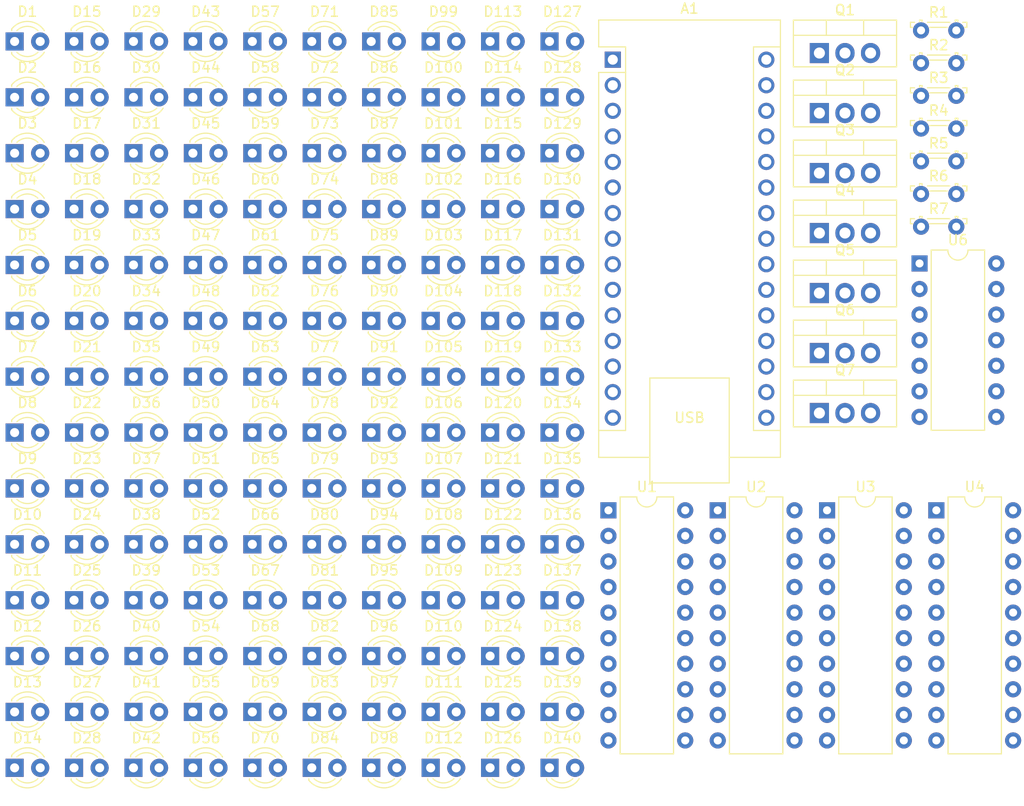
<source format=kicad_pcb>
(kicad_pcb (version 20240108) (generator "pcbnew") (generator_version "8.0")
  (layers (0 "F.Cu" signal) (31 "B.Cu" signal) (34 "B.Paste" user) (35 "F.Paste" user) (36 "B.SilkS" user "B.Silkscreen") (37 "F.SilkS" user "F.Silkscreen") (38 "B.Mask" user) (39 "F.Mask" user) (44 "Edge.Cuts" user))
  (net 0 "")
  (net 2 "Net-(A1-D7)")
  (net 3 "Net-(A1-D3)")
  (net 5 "Net-(A1-D2)")
  (net 10 "Net-(A1-A3)")
  (net 12 "Net-(A1-A4)")
  (net 15 "Net-(A1-D5)")
  (net 16 "Net-(A1-A5)")
  (net 17 "Net-(A1-D6)")
  (net 18 "Net-(A1-D4)")
  (net 20 "Net-(A1-A6)")
  (net 23 "Net-(A1-A7)")
  (net 29 "Net-(A1-+5V)")
  (net 31 "Net-(D1-A)")
  (net 32 "Net-(D1-K)")
  (net 33 "Net-(D100-A)")
  (net 34 "Net-(D10-A)")
  (net 35 "Net-(D102-A)")
  (net 36 "Net-(D103-A)")
  (net 37 "Net-(D104-A)")
  (net 38 "Net-(D105-A)")
  (net 39 "Net-(D10-K)")
  (net 40 "Net-(D15-K)")
  (net 41 "Net-(D22-K)")
  (net 42 "Net-(D29-K)")
  (net 43 "Net-(D36-K)")
  (net 44 "Net-(D43-K)")
  (net 45 "Net-(D50-K)")
  (net 46 "Net-(D57-K)")
  (net 47 "Net-(D64-K)")
  (net 48 "Net-(D71-K)")
  (net 49 "Net-(D78-K)")
  (net 50 "Net-(D85-K)")
  (net 51 "Net-(D92-K)")
  (net 52 "Net-(D100-K)")
  (net 53 "Net-(D106-K)")
  (net 54 "Net-(D113-K)")
  (net 55 "Net-(D120-K)")
  (net 56 "Net-(D127-K)")
  (net 57 "Net-(D134-K)")
  (net 58 "Net-(Q1-G)")
  (net 59 "+24V")
  (net 60 "Net-(Q2-G)")
  (net 61 "Net-(Q3-G)")
  (net 62 "Net-(Q4-G)")
  (net 63 "Net-(Q5-G)")
  (net 64 "Net-(Q6-G)")
  (net 65 "Net-(Q7-G)")
  (footprint "LED_THT:LED_D3.0mm_IRBlack" (layer "F.Cu") (at 129.15 94.75)
    (property "Reference" "D63" (at 1.27 -2.96 0) (layer "F.SilkS"))
    (property "Value" "IR204A")
    (pad "1" thru_hole rect (at 0 0) (size 1.8 1.8) (drill 0.9) (layers "*.Cu" "*.Mask") (net 46 "Net-(D57-K)"))
    (pad "2" thru_hole circle (at 2.54 0) (size 1.8 1.8) (drill 0.9) (layers "*.Cu" "*.Mask") (net 38 "Net-(D105-A)"))
  )
  (footprint "LED_THT:LED_D3.0mm_IRBlack" (layer "F.Cu") (at 146.85 133.6)
    (property "Reference" "D112" (at 1.27 -2.96 0) (layer "F.SilkS"))
    (property "Value" "IR204A")
    (pad "1" thru_hole rect (at 0 0) (size 1.8 1.8) (drill 0.9) (layers "*.Cu" "*.Mask") (net 53 "Net-(D106-K)"))
    (pad "2" thru_hole circle (at 2.54 0) (size 1.8 1.8) (drill 0.9) (layers "*.Cu" "*.Mask") (net 38 "Net-(D105-A)"))
  )
  (footprint "LED_THT:LED_D3.0mm_IRBlack" (layer "F.Cu") (at 123.25 122.5)
    (property "Reference" "D54" (at 1.27 -2.96 0) (layer "F.SilkS"))
    (property "Value" "IR204A")
    (pad "1" thru_hole rect (at 0 0) (size 1.8 1.8) (drill 0.9) (layers "*.Cu" "*.Mask") (net 45 "Net-(D50-K)"))
    (pad "2" thru_hole circle (at 2.54 0) (size 1.8 1.8) (drill 0.9) (layers "*.Cu" "*.Mask") (net 36 "Net-(D103-A)"))
  )
  (footprint "LED_THT:LED_D3.0mm_IRBlack" (layer "F.Cu") (at 117.35 78.1)
    (property "Reference" "D32" (at 1.27 -2.96 0) (layer "F.SilkS"))
    (property "Value" "IR204A")
    (pad "1" thru_hole rect (at 0 0) (size 1.8 1.8) (drill 0.9) (layers "*.Cu" "*.Mask") (net 42 "Net-(D29-K)"))
    (pad "2" thru_hole circle (at 2.54 0) (size 1.8 1.8) (drill 0.9) (layers "*.Cu" "*.Mask") (net 35 "Net-(D102-A)"))
  )
  (footprint "LED_THT:LED_D3.0mm_IRBlack" (layer "F.Cu") (at 105.55 122.5)
    (property "Reference" "D12" (at 1.27 -2.96 0) (layer "F.SilkS"))
    (property "Value" "IR204A")
    (pad "1" thru_hole rect (at 0 0) (size 1.8 1.8) (drill 0.9) (layers "*.Cu" "*.Mask") (net 39 "Net-(D10-K)"))
    (pad "2" thru_hole circle (at 2.54 0) (size 1.8 1.8) (drill 0.9) (layers "*.Cu" "*.Mask") (net 36 "Net-(D103-A)"))
  )
  (footprint "LED_THT:LED_D3.0mm_IRBlack" (layer "F.Cu") (at 135.05 122.5)
    (property "Reference" "D82" (at 1.27 -2.96 0) (layer "F.SilkS"))
    (property "Value" "IR204A")
    (pad "1" thru_hole rect (at 0 0) (size 1.8 1.8) (drill 0.9) (layers "*.Cu" "*.Mask") (net 49 "Net-(D78-K)"))
    (pad "2" thru_hole circle (at 2.54 0) (size 1.8 1.8) (drill 0.9) (layers "*.Cu" "*.Mask") (net 36 "Net-(D103-A)"))
  )
  (footprint "LED_THT:LED_D3.0mm_IRBlack" (layer "F.Cu") (at 111.45 89.2)
    (property "Reference" "D20" (at 1.27 -2.96 0) (layer "F.SilkS"))
    (property "Value" "IR204A")
    (pad "1" thru_hole rect (at 0 0) (size 1.8 1.8) (drill 0.9) (layers "*.Cu" "*.Mask") (net 40 "Net-(D15-K)"))
    (pad "2" thru_hole circle (at 2.54 0) (size 1.8 1.8) (drill 0.9) (layers "*.Cu" "*.Mask") (net 37 "Net-(D104-A)"))
  )
  (footprint "LED_THT:LED_D3.0mm_IRBlack" (layer "F.Cu") (at 129.15 100.3)
    (property "Reference" "D64" (at 1.27 -2.96 0) (layer "F.SilkS"))
    (property "Value" "IR204A")
    (pad "1" thru_hole rect (at 0 0) (size 1.8 1.8) (drill 0.9) (layers "*.Cu" "*.Mask") (net 47 "Net-(D64-K)"))
    (pad "2" thru_hole circle (at 2.54 0) (size 1.8 1.8) (drill 0.9) (layers "*.Cu" "*.Mask") (net 31 "Net-(D1-A)"))
  )
  (footprint "LED_THT:LED_D3.0mm_IRBlack" (layer "F.Cu") (at 146.85 105.85)
    (property "Reference" "D107" (at 1.27 -2.96 0) (layer "F.SilkS"))
    (property "Value" "IR204A")
    (pad "1" thru_hole rect (at 0 0) (size 1.8 1.8) (drill 0.9) (layers "*.Cu" "*.Mask") (net 53 "Net-(D106-K)"))
    (pad "2" thru_hole circle (at 2.54 0) (size 1.8 1.8) (drill 0.9) (layers "*.Cu" "*.Mask") (net 33 "Net-(D100-A)"))
  )
  (footprint "OptoDevice:R_LDR_5.2x5.2mm_P3.5mm_Horizontal" (layer "F.Cu") (at 195.53 63.6)
    (property "Reference" "R2" (at 1.75 -1.79 0) (layer "F.SilkS"))
    (property "Value" "2.0k")
    (pad "1" thru_hole circle (at 0 0) (size 1.6 1.6) (drill 0.8) (layers "*.Cu" "*.Mask") (net 59 "+24V"))
    (pad "2" thru_hole circle (at 3.5 0) (size 1.6 1.6) (drill 0.8) (layers "*.Cu" "*.Mask") (net 33 "Net-(D100-A)"))
  )
  (footprint "LED_THT:LED_D3.0mm_IRBlack" (layer "F.Cu") (at 117.35 105.85)
    (property "Reference" "D37" (at 1.27 -2.96 0) (layer "F.SilkS"))
    (property "Value" "IR204A")
    (pad "1" thru_hole rect (at 0 0) (size 1.8 1.8) (drill 0.9) (layers "*.Cu" "*.Mask") (net 43 "Net-(D36-K)"))
    (pad "2" thru_hole circle (at 2.54 0) (size 1.8 1.8) (drill 0.9) (layers "*.Cu" "*.Mask") (net 33 "Net-(D100-A)"))
  )
  (footprint "LED_THT:LED_D3.0mm_IRBlack" (layer "F.Cu") (at 105.55 133.6)
    (property "Reference" "D14" (at 1.27 -2.96 0) (layer "F.SilkS"))
    (property "Value" "IR204A")
    (pad "1" thru_hole rect (at 0 0) (size 1.8 1.8) (drill 0.9) (layers "*.Cu" "*.Mask") (net 39 "Net-(D10-K)"))
    (pad "2" thru_hole circle (at 2.54 0) (size 1.8 1.8) (drill 0.9) (layers "*.Cu" "*.Mask") (net 38 "Net-(D105-A)"))
  )
  (footprint "LED_THT:LED_D3.0mm_IRBlack" (layer "F.Cu") (at 146.85 116.95)
    (property "Reference" "D109" (at 1.27 -2.96 0) (layer "F.SilkS"))
    (property "Value" "IR204A")
    (pad "1" thru_hole rect (at 0 0) (size 1.8 1.8) (drill 0.9) (layers "*.Cu" "*.Mask") (net 53 "Net-(D106-K)"))
    (pad "2" thru_hole circle (at 2.54 0) (size 1.8 1.8) (drill 0.9) (layers "*.Cu" "*.Mask") (net 35 "Net-(D102-A)"))
  )
  (footprint "LED_THT:LED_D3.0mm_IRBlack" (layer "F.Cu") (at 146.85 111.4)
    (property "Reference" "D108" (at 1.27 -2.96 0) (layer "F.SilkS"))
    (property "Value" "IR204A")
    (pad "1" thru_hole rect (at 0 0) (size 1.8 1.8) (drill 0.9) (layers "*.Cu" "*.Mask") (net 53 "Net-(D106-K)"))
    (pad "2" thru_hole circle (at 2.54 0) (size 1.8 1.8) (drill 0.9) (layers "*.Cu" "*.Mask") (net 34 "Net-(D10-A)"))
  )
  (footprint "LED_THT:LED_D3.0mm_IRBlack" (layer "F.Cu") (at 117.35 128.05)
    (property "Reference" "D41" (at 1.27 -2.96 0) (layer "F.SilkS"))
    (property "Value" "IR204A")
    (pad "1" thru_hole rect (at 0 0) (size 1.8 1.8) (drill 0.9) (layers "*.Cu" "*.Mask") (net 43 "Net-(D36-K)"))
    (pad "2" thru_hole circle (at 2.54 0) (size 1.8 1.8) (drill 0.9) (layers "*.Cu" "*.Mask") (net 37 "Net-(D104-A)"))
  )
  (footprint "LED_THT:LED_D3.0mm_IRBlack" (layer "F.Cu") (at 129.15 133.6)
    (property "Reference" "D70" (at 1.27 -2.96 0) (layer "F.SilkS"))
    (property "Value" "IR204A")
    (pad "1" thru_hole rect (at 0 0) (size 1.8 1.8) (drill 0.9) (layers "*.Cu" "*.Mask") (net 47 "Net-(D64-K)"))
    (pad "2" thru_hole circle (at 2.54 0) (size 1.8 1.8) (drill 0.9) (layers "*.Cu" "*.Mask") (net 38 "Net-(D105-A)"))
  )
  (footprint "LED_THT:LED_D3.0mm_IRBlack" (layer "F.Cu") (at 135.05 105.85)
    (property "Reference" "D79" (at 1.27 -2.96 0) (layer "F.SilkS"))
    (property "Value" "IR204A")
    (pad "1" thru_hole rect (at 0 0) (size 1.8 1.8) (drill 0.9) (layers "*.Cu" "*.Mask") (net 49 "Net-(D78-K)"))
    (pad "2" thru_hole circle (at 2.54 0) (size 1.8 1.8) (drill 0.9) (layers "*.Cu" "*.Mask") (net 33 "Net-(D100-A)"))
  )
  (footprint "LED_THT:LED_D3.0mm_IRBlack" (layer "F.Cu") (at 152.75 94.75)
    (property "Reference" "D119" (at 1.27 -2.96 0) (layer "F.SilkS"))
    (property "Value" "IR204A")
    (pad "1" thru_hole rect (at 0 0) (size 1.8 1.8) (drill 0.9) (layers "*.Cu" "*.Mask") (net 54 "Net-(D113-K)"))
    (pad "2" thru_hole circle (at 2.54 0) (size 1.8 1.8) (drill 0.9) (layers "*.Cu" "*.Mask") (net 38 "Net-(D105-A)"))
  )
  (footprint "Package_TO_SOT_THT:TO-220-3_Vertical" (layer "F.Cu") (at 185.44 80.48)
    (property "Reference" "Q4" (at 2.54 -4.27 0) (layer "F.SilkS"))
    (property "Value" "NMOS")
    (pad "1" thru_hole rect (at 0 0) (size 1.905 2) (drill 1.1) (layers "*.Cu" "*.Mask") (net 35 "Net-(D102-A)"))
    (pad "2" thru_hole oval (at 2.54 0) (size 1.905 2) (drill 1.1) (layers "*.Cu" "*.Mask") (net 62 "Net-(Q4-G)"))
    (pad "3" thru_hole oval (at 5.08 0) (size 1.905 2) (drill 1.1) (layers "*.Cu" "*.Mask") (net 59 "+24V"))
  )
  (footprint "LED_THT:LED_D3.0mm_IRBlack" (layer "F.Cu") (at 123.25 72.55)
    (property "Reference" "D45" (at 1.27 -2.96 0) (layer "F.SilkS"))
    (property "Value" "IR204A")
    (pad "1" thru_hole rect (at 0 0) (size 1.8 1.8) (drill 0.9) (layers "*.Cu" "*.Mask") (net 44 "Net-(D43-K)"))
    (pad "2" thru_hole circle (at 2.54 0) (size 1.8 1.8) (drill 0.9) (layers "*.Cu" "*.Mask") (net 34 "Net-(D10-A)"))
  )
  (footprint "LED_THT:LED_D3.0mm_IRBlack" (layer "F.Cu") (at 123.25 61.45)
    (property "Reference" "D43" (at 1.27 -2.96 0) (layer "F.SilkS"))
    (property "Value" "IR204A")
    (pad "1" thru_hole rect (at 0 0) (size 1.8 1.8) (drill 0.9) (layers "*.Cu" "*.Mask") (net 44 "Net-(D43-K)"))
    (pad "2" thru_hole circle (at 2.54 0) (size 1.8 1.8) (drill 0.9) (layers "*.Cu" "*.Mask") (net 31 "Net-(D1-A)"))
  )
  (footprint "LED_THT:LED_D3.0mm_IRBlack" (layer "F.Cu") (at 152.75 83.65)
    (property "Reference" "D117" (at 1.27 -2.96 0) (layer "F.SilkS"))
    (property "Value" "IR204A")
    (pad "1" thru_hole rect (at 0 0) (size 1.8 1.8) (drill 0.9) (layers "*.Cu" "*.Mask") (net 54 "Net-(D113-K)"))
    (pad "2" thru_hole circle (at 2.54 0) (size 1.8 1.8) (drill 0.9) (layers "*.Cu" "*.Mask") (net 36 "Net-(D103-A)"))
  )
  (footprint "LED_THT:LED_D3.0mm_IRBlack" (layer "F.Cu") (at 105.55 128.05)
    (property "Reference" "D13" (at 1.27 -2.96 0) (layer "F.SilkS"))
    (property "Value" "IR204A")
    (pad "1" thru_hole rect (at 0 0) (size 1.8 1.8) (drill 0.9) (layers "*.Cu" "*.Mask") (net 39 "Net-(D10-K)"))
    (pad "2" thru_hole circle (at 2.54 0) (size 1.8 1.8) (drill 0.9) (layers "*.Cu" "*.Mask") (net 37 "Net-(D104-A)"))
  )
  (footprint "OptoDevice:R_LDR_5.2x5.2mm_P3.5mm_Horizontal" (layer "F.Cu") (at 195.53 79.85)
    (property "Reference" "R7" (at 1.75 -1.79 0) (layer "F.SilkS"))
    (property "Value" "2.0k")
    (pad "1" thru_hole circle (at 0 0) (size 1.6 1.6) (drill 0.8) (layers "*.Cu" "*.Mask") (net 59 "+24V"))
    (pad "2" thru_hole circle (at 3.5 0) (size 1.6 1.6) (drill 0.8) (layers "*.Cu" "*.Mask") (net 38 "Net-(D105-A)"))
  )
  (footprint "LED_THT:LED_D3.0mm_IRBlack" (layer "F.Cu") (at 135.05 111.4)
    (property "Reference" "D80" (at 1.27 -2.96 0) (layer "F.SilkS"))
    (property "Value" "IR204A")
    (pad "1" thru_hole rect (at 0 0) (size 1.8 1.8) (drill 0.9) (layers "*.Cu" "*.Mask") (net 49 "Net-(D78-K)"))
    (pad "2" thru_hole circle (at 2.54 0) (size 1.8 1.8) (drill 0.9) (layers "*.Cu" "*.Mask") (net 34 "Net-(D10-A)"))
  )
  (footprint "LED_THT:LED_D3.0mm_IRBlack" (layer "F.Cu") (at 158.65 122.5)
    (property "Reference" "D138" (at 1.27 -2.96 0) (layer "F.SilkS"))
    (property "Value" "IR204A")
    (pad "1" thru_hole rect (at 0 0) (size 1.8 1.8) (drill 0.9) (layers "*.Cu" "*.Mask") (net 57 "Net-(D134-K)"))
    (pad "2" thru_hole circle (at 2.54 0) (size 1.8 1.8) (drill 0.9) (layers "*.Cu" "*.Mask") (net 36 "Net-(D103-A)"))
  )
  (footprint "LED_THT:LED_D3.0mm_IRBlack" (layer "F.Cu") (at 158.65 133.6)
    (property "Reference" "D140" (at 1.27 -2.96 0) (layer "F.SilkS"))
    (property "Value" "IR204A")
    (pad "1" thru_hole rect (at 0 0) (size 1.8 1.8) (drill 0.9) (layers "*.Cu" "*.Mask") (net 57 "Net-(D134-K)"))
    (pad "2" thru_hole circle (at 2.54 0) (size 1.8 1.8) (drill 0.9) (layers "*.Cu" "*.Mask") (net 38 "Net-(D105-A)"))
  )
  (footprint "LED_THT:LED_D3.0mm_IRBlack" (layer "F.Cu") (at 129.15 105.85)
    (property "Reference" "D65" (at 1.27 -2.96 0) (layer "F.SilkS"))
    (property "Value" "IR204A")
    (pad "1" thru_hole rect (at 0 0) (size 1.8 1.8) (drill 0.9) (layers "*.Cu" "*.Mask") (net 47 "Net-(D64-K)"))
    (pad "2" thru_hole circle (at 2.54 0) (size 1.8 1.8) (drill 0.9) (layers "*.Cu" "*.Mask") (net 33 "Net-(D100-A)"))
  )
  (footprint "LED_THT:LED_D3.0mm_IRBlack" (layer "F.Cu") (at 140.95 105.85)
    (property "Reference" "D93" (at 1.27 -2.96 0) (layer "F.SilkS"))
    (property "Value" "IR204A")
    (pad "1" thru_hole rect (at 0 0) (size 1.8 1.8) (drill 0.9) (layers "*.Cu" "*.Mask") (net 51 "Net-(D92-K)"))
    (pad "2" thru_hole circle (at 2.54 0) (size 1.8 1.8) (drill 0.9) (layers "*.Cu" "*.Mask") (net 33 "Net-(D100-A)"))
  )
  (footprint "LED_THT:LED_D3.0mm_IRBlack" (layer "F.Cu") (at 158.65 78.1)
    (property "Reference" "D130" (at 1.27 -2.96 0) (layer "F.SilkS"))
    (property "Value" "IR204A")
    (pad "1" thru_hole rect (at 0 0) (size 1.8 1.8) (drill 0.9) (layers "*.Cu" "*.Mask") (net 56 "Net-(D127-K)"))
    (pad "2" thru_hole circle (at 2.54 0) (size 1.8 1.8) (drill 0.9) (layers "*.Cu" "*.Mask") (net 35 "Net-(D102-A)"))
  )
  (footprint "Package_DIP:DIP-20_W7.62mm" (layer "F.Cu") (at 197.05 108.02)
    (property "Reference" "U4" (at 3.81 -2.33 0) (layer "F.SilkS"))
    (property "Value" "74LS573")
    (pad "1" thru_hole rect (at 0 0) (size 1.6 1.6) (drill 0.8) (layers "*.Cu" "*.Mask") (net 59 "+24V"))
    (pad "2" thru_hole oval (at 0 2.54) (size 1.6 1.6) (drill 0.8) (layers "*.Cu" "*.Mask"))
    (pad "3" thru_hole oval (at 0 5.08) (size 1.6 1.6) (drill 0.8) (layers "*.Cu" "*.Mask") (net 2 "Net-(A1-D7)"))
    (pad "4" thru_hole oval (at 0 7.62) (size 1.6 1.6) (drill 0.8) (layers "*.Cu" "*.Mask") (net 17 "Net-(A1-D6)"))
    (pad "5" thru_hole oval (at 0 10.16) (size 1.6 1.6) (drill 0.8) (layers "*.Cu" "*.Mask") (net 15 "Net-(A1-D5)"))
    (pad "6" thru_hole oval (at 0 12.7) (size 1.6 1.6) (drill 0.8) (layers "*.Cu" "*.Mask") (net 18 "Net-(A1-D4)"))
    (pad "7" thru_hole oval (at 0 15.24) (size 1.6 1.6) (drill 0.8) (layers "*.Cu" "*.Mask") (net 3 "Net-(A1-D3)"))
    (pad "8" thru_hole oval (at 0 17.78) (size 1.6 1.6) (drill 0.8) (layers "*.Cu" "*.Mask"))
    (pad "9" thru_hole oval (at 0 20.32) (size 1.6 1.6) (drill 0.8) (layers "*.Cu" "*.Mask"))
    (pad "10" thru_hole oval (at 0 22.86) (size 1.6 1.6) (drill 0.8) (layers "*.Cu" "*.Mask") (net 59 "+24V"))
    (pad "11" thru_hole oval (at 7.62 22.86) (size 1.6 1.6) (drill 0.8) (layers "*.Cu" "*.Mask") (net 12 "Net-(A1-A4)"))
    (pad "12" thru_hole oval (at 7.62 20.32) (size 1.6 1.6) (drill 0.8) (layers "*.Cu" "*.Mask"))
    (pad "13" thru_hole oval (at 7.62 17.78) (size 1.6 1.6) (drill 0.8) (layers "*.Cu" "*.Mask"))
    (pad "14" thru_hole oval (at 7.62 15.24) (size 1.6 1.6) (drill 0.8) (layers "*.Cu" "*.Mask") (net 57 "Net-(D134-K)"))
    (pad "15" thru_hole oval (at 7.62 12.7) (size 1.6 1.6) (drill 0.8) (layers "*.Cu" "*.Mask") (net 56 "Net-(D127-K)"))
    (pad "16" thru_hole oval (at 7.62 10.16) (size 1.6 1.6) (drill 0.8) (layers "*.Cu" "*.Mask") (net 55 "Net-(D120-K)"))
    (pad "17" thru_hole oval (at 7.62 7.62) (size 1.6 1.6) (drill 0.8) (layers "*.Cu" "*.Mask") (net 54 "Net-(D113-K)"))
    (pad "18" thru_hole oval (at 7.62 5.08) (size 1.6 1.6) (drill 0.8) (layers "*.Cu" "*.Mask") (net 53 "Net-(D106-K)"))
    (pad "19" thru_hole oval (at 7.62 2.54) (size 1.6 1.6) (drill 0.8) (layers "*.Cu" "*.Mask"))
    (pad "20" thru_hole oval (at 7.62 0) (size 1.6 1.6) (drill 0.8) (layers "*.Cu" "*.Mask") (net 29 "Net-(A1-+5V)"))
  )
  (footprint "LED_THT:LED_D3.0mm_IRBlack" (layer "F.Cu") (at 158.65 67)
    (property "Reference" "D128" (at 1.27 -2.96 0) (layer "F.SilkS"))
    (property "Value" "IR204A")
    (pad "1" thru_hole rect (at 0 0) (size 1.8 1.8) (drill 0.9) (layers "*.Cu" "*.Mask") (net 56 "Net-(D127-K)"))
    (pad "2" thru_hole circle (at 2.54 0) (size 1.8 1.8) (drill 0.9) (layers "*.Cu" "*.Mask") (net 33 "Net-(D100-A)"))
  )
  (footprint "LED_THT:LED_D3.0mm_IRBlack" (layer "F.Cu") (at 146.85 100.3)
    (property "Reference" "D106" (at 1.27 -2.96 0) (layer "F.SilkS"))
    (property "Value" "IR204A")
    (pad "1" thru_hole rect (at 0 0) (size 1.8 1.8) (drill 0.9) (layers "*.Cu" "*.Mask") (net 53 "Net-(D106-K)"))
    (pad "2" thru_hole circle (at 2.54 0) (size 1.8 1.8) (drill 0.9) (layers "*.Cu" "*.Mask") (net 31 "Net-(D1-A)"))
  )
  (footprint "LED_THT:LED_D3.0mm_IRBlack" (layer "F.Cu") (at 140.95 128.05)
    (property "Reference" "D97" (at 1.27 -2.96 0) (layer "F.SilkS"))
    (property "Value" "IR204A")
    (pad "1" thru_hole rect (at 0 0) (size 1.8 1.8) (drill 0.9) (layers "*.Cu" "*.Mask") (net 51 "Net-(D92-K)"))
    (pad "2" thru_hole circle (at 2.54 0) (size 1.8 1.8) (drill 0.9) (layers "*.Cu" "*.Mask") (net 37 "Net-(D104-A)"))
  )
  (footprint "LED_THT:LED_D3.0mm_IRBlack" (layer "F.Cu") (at 146.85 128.05)
    (property "Reference" "D111" (at 1.27 -2.96 0) (layer "F.SilkS"))
    (property "Value" "IR204A")
    (pad "1" thru_hole rect (at 0 0) (size 1.8 1.8) (drill 0.9) (layers "*.Cu" "*.Mask") (net 53 "Net-(D106-K)"))
    (pad "2" thru_hole circle (at 2.54 0) (size 1.8 1.8) (drill 0.9) (layers "*.Cu" "*.Mask") (net 37 "Net-(D104-A)"))
  )
  (footprint "LED_THT:LED_D3.0mm_IRBlack" (layer "F.Cu") (at 158.65 116.95)
    (property "Reference" "D137" (at 1.27 -2.96 0) (layer "F.SilkS"))
    (property "Value" "IR204A")
    (pad "1" thru_hole rect (at 0 0) (size 1.8 1.8) (drill 0.9) (layers "*.Cu" "*.Mask") (net 57 "Net-(D134-K)"))
    (pad "2" thru_hole circle (at 2.54 0) (size 1.8 1.8) (drill 0.9) (layers "*.Cu" "*.Mask") (net 35 "Net-(D102-A)"))
  )
  (footprint "LED_THT:LED_D3.0mm_IRBlack" (layer "F.Cu") (at 135.05 67)
    (property "Reference" "D72" (at 1.27 -2.96 0) (layer "F.SilkS"))
    (property "Value" "IR204A")
    (pad "1" thru_hole rect (at 0 0) (size 1.8 1.8) (drill 0.9) (layers "*.Cu" "*.Mask") (net 48 "Net-(D71-K)"))
    (pad "2" thru_hole circle (at 2.54 0) (size 1.8 1.8) (drill 0.9) (layers "*.Cu" "*.Mask") (net 33 "Net-(D100-A)"))
  )
  (footprint "LED_THT:LED_D3.0mm_IRBlack" (layer "F.Cu") (at 135.05 72.55)
    (property "Reference" "D73" (at 1.27 -2.96 0) (layer "F.SilkS"))
    (property "Value" "IR204A")
    (pad "1" thru_hole rect (at 0 0) (size 1.8 1.8) (drill 0.9) (layers "*.Cu" "*.Mask") (net 48 "Net-(D71-K)"))
    (pad "2" thru_hole circle (at 2.54 0) (size 1.8 1.8) (drill 0.9) (layers "*.Cu" "*.Mask") (net 34 "Net-(D10-A)"))
  )
  (footprint "LED_THT:LED_D3.0mm_IRBlack" (layer "F.Cu") (at 146.85 89.2)
    (property "Reference" "D104" (at 1.27 -2.96 0) (layer "F.SilkS"))
    (property "Value" "IR204A")
    (pad "1" thru_hole rect (at 0 0) (size 1.8 1.8) (drill 0.9) (layers "*.Cu" "*.Mask") (net 52 "Net-(D100-K)"))
    (pad "2" thru_hole circle (at 2.54 0) (size 1.8 1.8) (drill 0.9) (layers "*.Cu" "*.Mask") (net 37 "Net-(D104-A)"))
  )
  (footprint "LED_THT:LED_D3.0mm_IRBlack" (layer "F.Cu") (at 158.65 128.05)
    (property "Reference" "D139" (at 1.27 -2.96 0) (layer "F.SilkS"))
    (property "Value" "IR204A")
    (pad "1" thru_hole rect (at 0 0) (size 1.8 1.8) (drill 0.9) (layers "*.Cu" "*.Mask") (net 57 "Net-(D134-K)"))
    (pad "2" thru_hole circle (at 2.54 0) (size 1.8 1.8) (drill 0.9) (layers "*.Cu" "*.Mask") (net 37 "Net-(D104-A)"))
  )
  (footprint "LED_THT:LED_D3.0mm_IRBlack" (layer "F.Cu") (at 117.35 72.55)
    (property "Reference" "D31" (at 1.27 -2.96 0) (layer "F.SilkS"))
    (property "Value" "IR204A")
    (pad "1" thru_hole rect (at 0 0) (size 1.8 1.8) (drill 0.9) (layers "*.Cu" "*.Mask") (net 42 "Net-(D29-K)"))
    (pad "2" thru_hole circle (at 2.54 0) (size 1.8 1.8) (drill 0.9) (layers "*.Cu" "*.Mask") (net 34 "Net-(D10-A)"))
  )
  (footprint "LED_THT:LED_D3.0mm_IRBlack" (layer "F.Cu") (at 140.95 89.2)
    (property "Reference" "D90" (at 1.27 -2.96 0) (layer "F.SilkS"))
    (property "Value" "IR204A")
    (pad "1" thru_hole rect (at 0 0) (size 1.8 1.8) (drill 0.9) (layers "*.Cu" "*.Mask") (net 50 "Net-(D85-K)"))
    (pad "2" thru_hole circle (at 2.54 0) (size 1.8 1.8) (drill 0.9) (layers "*.Cu" "*.Mask") (net 37 "Net-(D104-A)"))
  )
  (footprint "LED_THT:LED_D3.0mm_IRBlack" (layer "F.Cu") (at 152.75 61.45)
    (property "Reference" "D113" (at 1.27 -2.96 0) (layer "F.SilkS"))
    (property "Value" "IR204A")
    (pad "1" thru_hole rect (at 0 0) (size 1.8 1.8) (drill 0.9) (layers "*.Cu" "*.Mask") (net 54 "Net-(D113-K)"))
    (pad "2" thru_hole circle (at 2.54 0) (size 1.8 1.8) (drill 0.9) (layers "*.Cu" "*.Mask") (net 31 "Net-(D1-A)"))
  )
  (footprint "LED_THT:LED_D3.0mm_IRBlack" (layer "F.Cu") (at 105.55 83.65)
    (property "Reference" "D5" (at 1.27 -2.96 0) (layer "F.SilkS"))
    (property "Value" "IR204A")
    (pad "1" thru_hole rect (at 0 0) (size 1.8 1.8) (drill 0.9) (layers "*.Cu" "*.Mask") (net 32 "Net-(D1-K)"))
    (pad "2" thru_hole circle (at 2.54 0) (size 1.8 1.8) (drill 0.9) (layers "*.Cu" "*.Mask") (net 36 "Net-(D103-A)"))
  )
  (footprint "Package_TO_SOT_THT:TO-220-3_Vertical" (layer "F.Cu") (at 185.44 74.52)
    (property "Reference" "Q3" (at 2.54 -4.27 0) (layer "F.SilkS"))
    (property "Value" "NMOS")
    (pad "1" thru_hole rect (at 0 0) (size 1.905 2) (drill 1.1) (layers "*.Cu" "*.Mask") (net 34 "Net-(D10-A)"))
    (pad "2" thru_hole oval (at 2.54 0) (size 1.905 2) (drill 1.1) (layers "*.Cu" "*.Mask") (net 61 "Net-(Q3-G)"))
    (pad "3" thru_hole oval (at 5.08 0) (size 1.905 2) (drill 1.1) (layers "*.Cu" "*.Mask") (net 59 "+24V"))
  )
  (footprint "LED_THT:LED_D3.0mm_IRBlack" (layer "F.Cu") (at 111.45 116.95)
    (property "Reference" "D25" (at 1.27 -2.96 0) (layer "F.SilkS"))
    (property "Value" "IR204A")
    (pad "1" thru_hole rect (at 0 0) (size 1.8 1.8) (drill 0.9) (layers "*.Cu" "*.Mask") (net 41 "Net-(D22-K)"))
    (pad "2" thru_hole circle (at 2.54 0) (size 1.8 1.8) (drill 0.9) (layers "*.Cu" "*.Mask") (net 35 "Net-(D102-A)"))
  )
  (footprint "LED_THT:LED_D3.0mm_IRBlack" (layer "F.Cu") (at 111.45 128.05)
    (property "Reference" "D27" (at 1.27 -2.96 0) (layer "F.SilkS"))
    (property "Value" "IR204A")
    (pad "1" thru_hole rect (at 0 0) (size 1.8 1.8) (drill 0.9) (layers "*.Cu" "*.Mask") (net 41 "Net-(D22-K)"))
    (pad "2" thru_hole circle (at 2.54 0) (size 1.8 1.8) (drill 0.9) (layers "*.Cu" "*.Mask") (net 37 "Net-(D104-A)"))
  )
  (footprint "LED_THT:LED_D3.0mm_IRBlack" (layer "F.Cu") (at 129.15 116.95)
    (property "Reference" "D67" (at 1.27 -2.96 0) (layer "F.SilkS"))
    (property "Value" "IR204A")
    (pad "1" thru_hole rect (at 0 0) (size 1.8 1.8) (drill 0.9) (layers "*.Cu" "*.Mask") (net 47 "Net-(D64-K)"))
    (pad "2" thru_hole circle (at 2.54 0) (size 1.8 1.8) (drill 0.9) (layers "*.Cu" "*.Mask") (net 35 "Net-(D102-A)"))
  )
  (footprint "LED_THT:LED_D3.0mm_IRBlack" (layer "F.Cu") (at 140.95 133.6)
    (property "Reference" "D98" (at 1.27 -2.96 0) (layer "F.SilkS"))
    (property "Value" "IR204A")
    (pad "1" thru_hole rect (at 0 0) (size 1.8 1.8) (drill 0.9) (layers "*.Cu" "*.Mask") (net 51 "Net-(D92-K)"))
    (pad "2" thru_hole circle (at 2.54 0) (size 1.8 1.8) (drill 0.9) (layers "*.Cu" "*.Mask") (net 38 "Net-(D105-A)"))
  )
  (footprint "OptoDevice:R_LDR_5.2x5.2mm_P3.5mm_Horizontal" (layer "F.Cu") (at 195.53 73.35)
    (property "Reference" "R5" (at 1.75 -1.79 0) (layer "F.SilkS"))
    (property "Value" "2.0k")
    (pad "1" thru_hole circle (at 0 0) (size 1.6 1.6) (drill 0.8) (layers "*.Cu" "*.Mask") (net 59 "+24V"))
    (pad "2" thru_hole circle (at 3.5 0) (size 1.6 1.6) (drill 0.8) (layers "*.Cu" "*.Mask") (net 36 "Net-(D103-A)"))
  )
  (footprint "Package_TO_SOT_THT:TO-220-3_Vertical" (layer "F.Cu") (at 185.44 68.56)
    (property "Reference" "Q2" (at 2.54 -4.27 0) (layer "F.SilkS"))
    (property "Value" "NMOS")
    (pad "1" thru_hole rect (at 0 0) (size 1.905 2) (drill 1.1) (layers "*.Cu" "*.Mask") (net 33 "Net-(D100-A)"))
    (pad "2" thru_hole oval (at 2.54 0) (size 1.905 2) (drill 1.1) (layers "*.Cu" "*.Mask") (net 60 "Net-(Q2-G)"))
    (pad "3" thru_hole oval (at 5.08 0) (size 1.905 2) (drill 1.1) (layers "*.Cu" "*.Mask") (net 59 "+24V"))
  )
  (footprint "LED_THT:LED_D3.0mm_IRBlack" (layer "F.Cu") (at 152.75 67)
    (property "Reference" "D114" (at 1.27 -2.96 0) (layer "F.SilkS"))
    (property "Value" "IR204A")
    (pad "1" thru_hole rect (at 0 0) (size 1.8 1.8) (drill 0.9) (layers "*.Cu" "*.Mask") (net 54 "Net-(D113-K)"))
    (pad "2" thru_hole circle (at 2.54 0) (size 1.8 1.8) (drill 0.9) (layers "*.Cu" "*.Mask") (net 33 "Net-(D100-A)"))
  )
  (footprint "LED_THT:LED_D3.0mm_IRBlack" (layer "F.Cu") (at 146.85 67)
    (property "Reference" "D100" (at 1.27 -2.96 0) (layer "F.SilkS"))
    (property "Value" "IR204A")
    (pad "1" thru_hole rect (at 0 0) (size 1.8 1.8) (drill 0.9) (layers "*.Cu" "*.Mask") (net 52 "Net-(D100-K)"))
    (pad "2" thru_hole circle (at 2.54 0) (size 1.8 1.8) (drill 0.9) (layers "*.Cu" "*.Mask") (net 33 "Net-(D100-A)"))
  )
  (footprint "LED_THT:LED_D3.0mm_IRBlack" (layer "F.Cu") (at 140.95 61.45)
    (property "Reference" "D85" (at 1.27 -2.96 0) (layer "F.SilkS"))
    (property "Value" "IR204A")
    (pad "1" thru_hole rect (at 0 0) (size 1.8 1.8) (drill 0.9) (layers "*.Cu" "*.Mask") (net 50 "Net-(D85-K)"))
    (pad "2" thru_hole circle (at 2.54 0) (size 1.8 1.8) (drill 0.9) (layers "*.Cu" "*.Mask") (net 31 "Net-(D1-A)"))
  )
  (footprint "LED_THT:LED_D3.0mm_IRBlack" (layer "F.Cu") (at 123.25 116.95)
    (property "Reference" "D53" (at 1.27 -2.96 0) (layer "F.SilkS"))
    (property "Value" "IR204A")
    (pad "1" thru_hole rect (at 0 0) (size 1.8 1.8) (drill 0.9) (layers "*.Cu" "*.Mask") (net 45 "Net-(D50-K)"))
    (pad "2" thru_hole circle (at 2.54 0) (size 1.8 1.8) (drill 0.9) (layers "*.Cu" "*.Mask") (net 35 "Net-(D102-A)"))
  )
  (footprint "LED_THT:LED_D3.0mm_IRBlack" (layer "F.Cu") (at 140.95 72.55)
    (property "Reference" "D87" (at 1.27 -2.96 0) (layer "F.SilkS"))
    (property "Value" "IR204A")
    (pad "1" thru_hole rect (at 0 0) (size 1.8 1.8) (drill 0.9) (layers "*.Cu" "*.Mask") (net 50 "Net-(D85-K)"))
    (pad "2" thru_hole circle (at 2.54 0) (size 1.8 1.8) (drill 0.9) (layers "*.Cu" "*.Mask") (net 34 "Net-(D10-A)"))
  )
  (footprint "LED_THT:LED_D3.0mm_IRBlack" (layer "F.Cu") (at 117.35 94.75)
    (property "Reference" "D35" (at 1.27 -2.96 0) (layer "F.SilkS"))
    (property "Value" "IR204A")
    (pad "1" thru_hole rect (at 0 0) (size 1.8 1.8) (drill 0.9) (layers "*.Cu" "*.Mask") (net 42 "Net-(D29-K)"))
    (pad "2" thru_hole circle (at 2.54 0) (size 1.8 1.8) (drill 0.9) (layers "*.Cu" "*.Mask") (net 38 "Net-(D105-A)"))
  )
  (footprint "LED_THT:LED_D3.0mm_IRBlack" (layer "F.Cu") (at 158.65 72.55)
    (property "Reference" "D129" (at 1.27 -2.96 0) (layer "F.SilkS"))
    (property "Value" "IR204A")
    (pad "1" thru_hole rect (at 0 0) (size 1.8 1.8) (drill 0.9) (layers "*.Cu" "*.Mask") (net 56 "Net-(D127-K)"))
    (pad "2" thru_hole circle (at 2.54 0) (size 1.8 1.8) (drill 0.9) (layers "*.Cu" "*.Mask") (net 34 "Net-(D10-A)"))
  )
  (footprint "OptoDevice:R_LDR_5.2x5.2mm_P3.5mm_Horizontal" (layer "F.Cu") (at 195.53 66.85)
    (property "Reference" "R3" (at 1.75 -1.79 0) (layer "F.SilkS"))
    (property "Value" "2.0k")
    (pad "1" thru_hole circle (at 0 0) (size 1.6 1.6) (drill 0.8) (layers "*.Cu" "*.Mask") (net 59 "+24V"))
    (pad "2" thru_hole circle (at 3.5 0) (size 1.6 1.6) (drill 0.8) (layers "*.Cu" "*.Mask") (net 34 "Net-(D10-A)"))
  )
  (footprint "LED_THT:LED_D3.0mm_IRBlack" (layer "F.Cu") (at 135.05 133.6)
    (property "Reference" "D84" (at 1.27 -2.96 0) (layer "F.SilkS"))
    (property "Value" "IR204A")
    (pad "1" thru_hole rect (at 0 0) (size 1.8 1.8) (drill 0.9) (layers "*.Cu" "*.Mask") (net 49 "Net-(D78-K)"))
    (pad "2" thru_hole circle (at 2.54 0) (size 1.8 1.8) (drill 0.9) (layers "*.Cu" "*.Mask") (net 38 "Net-(D105-A)"))
  )
  (footprint "LED_THT:LED_D3.0mm_IRBlack" (layer "F.Cu") (at 146.85 72.55)
    (property "Reference" "D101" (at 1.27 -2.96 0) (layer "F.SilkS"))
    (property "Value" "IR204A")
    (pad "1" thru_hole rect (at 0 0) (size 1.8 1.8) (drill 0.9) (layers "*.Cu" "*.Mask") (net 52 "Net-(D100-K)"))
    (pad "2" thru_hole circle (at 2.54 0) (size 1.8 1.8) (drill 0.9) (layers "*.Cu" "*.Mask") (net 34 "Net-(D10-A)"))
  )
  (footprint "LED_THT:LED_D3.0mm_IRBlack" (layer "F.Cu") (at 111.45 111.4)
    (property "Reference" "D24" (at 1.27 -2.96 0) (layer "F.SilkS"))
    (property "Value" "IR204A")
    (pad "1" thru_hole rect (at 0 0) (size 1.8 1.8) (drill 0.9) (layers "*.Cu" "*.Mask") (net 41 "Net-(D22-K)"))
    (pad "2" thru_hole circle (at 2.54 0) (size 1.8 1.8) (drill 0.9) (layers "*.Cu" "*.Mask") (net 34 "Net-(D10-A)"))
  )
  (footprint "LED_THT:LED_D3.0mm_IRBlack" (layer "F.Cu") (at 123.25 100.3)
    (property "Reference" "D50" (at 1.27 -2.96 0) (layer "F.SilkS"))
    (property "Value" "IR204A")
    (pad "1" thru_hole rect (at 0 0) (size 1.8 1.8) (drill 0.9) (layers "*.Cu" "*.Mask") (net 45 "Net-(D50-K)"))
    (pad "2" thru_hole circle (at 2.54 0) (size 1.8 1.8) (drill 0.9) (layers "*.Cu" "*.Mask") (net 31 "Net-(D1-A)"))
  )
  (footprint "Package_TO_SOT_THT:TO-220-3_Vertical" (layer "F.Cu") (at 185.44 62.6)
    (property "Reference" "Q1" (at 2.54 -4.27 0) (layer "F.SilkS"))
    (property "Value" "NMOS")
    (pad "1" thru_hole rect (at 0 0) (size 1.905 2) (drill 1.1) (layers "*.Cu" "*.Mask") (net 31 "Net-(D1-A)"))
    (pad "2" thru_hole oval (at 2.54 0) (size 1.905 2) (drill 1.1) (layers "*.Cu" "*.Mask") (net 58 "Net-(Q1-G)"))
    (pad "3" thru_hole oval (at 5.08 0) (size 1.905 2) (drill 1.1) (layers "*.Cu" "*.Mask") (net 59 "+24V"))
  )
  (footprint "LED_THT:LED_D3.0mm_IRBlack" (layer "F.Cu") (at 152.75 78.1)
    (property "Reference" "D116" (at 1.27 -2.96 0) (layer "F.SilkS"))
    (property "Value" "IR204A")
    (pad "1" thru_hole rect (at 0 0) (size 1.8 1.8) (drill 0.9) (layers "*.Cu" "*.Mask") (net 54 "Net-(D113-K)"))
    (pad "2" thru_hole circle (at 2.54 0) (size 1.8 1.8) (drill 0.9) (layers "*.Cu" "*.Mask") (net 35 "Net-(D102-A)"))
  )
  (footprint "LED_THT:LED_D3.0mm_IRBlack" (layer "F.Cu") (at 152.75 122.5)
    (property "Reference" "D124" (at 1.27 -2.96 0) (layer "F.SilkS"))
    (property "Value" "IR204A")
    (pad "1" thru_hole rect (at 0 0) (size 1.8 1.8) (drill 0.9) (layers "*.Cu" "*.Mask") (net 55 "Net-(D120-K)"))
    (pad "2" thru_hole circle (at 2.54 0) (size 1.8 1.8) (drill 0.9) (layers "*.Cu" "*.Mask") (net 36 "Net-(D103-A)"))
  )
  (footprint "LED_THT:LED_D3.0mm_IRBlack" (layer "F.Cu") (at 146.85 61.45)
    (property "Reference" "D99" (at 1.27 -2.96 0) (layer "F.SilkS"))
    (property "Value" "IR204A")
    (pad "1" thru_hole rect (at 0 0) (size 1.8 1.8) (drill 0.9) (layers "*.Cu" "*.Mask") (net 52 "Net-(D100-K)"))
    (pad "2" thru_hole circle (at 2.54 0) (size 1.8 1.8) (drill 0.9) (layers "*.Cu" "*.Mask") (net 31 "Net-(D1-A)"))
  )
  (footprint "LED_THT:LED_D3.0mm_IRBlack" (layer "F.Cu") (at 129.15 61.45)
    (property "Reference" "D57" (at 1.27 -2.96 0) (layer "F.SilkS"))
    (property "Value" "IR204A")
    (pad "1" thru_hole rect (at 0 0) (size 1.8 1.8) (drill 0.9) (layers "*.Cu" "*.Mask") (net 46 "Net-(D57-K)"))
    (pad "2" thru_hole circle (at 2.54 0) (size 1.8 1.8) (drill 0.9) (layers "*.Cu" "*.Mask") (net 31 "Net-(D1-A)"))
  )
  (footprint "LED_THT:LED_D3.0mm_IRBlack" (layer "F.Cu") (at 152.75 133.6)
    (property "Reference" "D126" (at 1.27 -2.96 0) (layer "F.SilkS"))
    (property "Value" "IR204A")
    (pad "1" thru_hole rect (at 0 0) (size 1.8 1.8) (drill 0.9) (layers "*.Cu" "*.Mask") (net 55 "Net-(D120-K)"))
    (pad "2" thru_hole circle (at 2.54 0) (size 1.8 1.8) (drill 0.9) (layers "*.Cu" "*.Mask") (net 38 "Net-(D105-A)"))
  )
  (footprint "OptoDevice:R_LDR_5.2x5.2mm_P3.5mm_Horizontal" (layer "F.Cu") (at 195.53 76.6)
    (property "Reference" "R6" (at 1.75 -1.79 0) (layer "F.SilkS"))
    (property "Value" "2.0k")
    (pad "1" thru_hole circle (at 0 0) (size 1.6 1.6) (drill 0.8) (layers "*.Cu" "*.Mask") (net 59 "+24V"))
    (pad "2" thru_hole circle (at 3.5 0) (size 1.6 1.6) (drill 0.8) (layers "*.Cu" "*.Mask") (net 37 "Net-(D104-A)"))
  )
  (footprint "Package_DIP:DIP-20_W7.62mm" (layer "F.Cu") (at 175.35 108.02)
    (property "Reference" "U2" (at 3.81 -2.33 0) (layer "F.SilkS"))
    (property "Value" "74LS573")
    (pad "1" thru_hole rect (at 0 0) (size 1.6 1.6) (drill 0.8) (layers "*.Cu" "*.Mask") (net 59 "+24V"))
    (pad "2" thru_hole oval (at 0 2.54) (size 1.6 1.6) (drill 0.8) (layers "*.Cu" "*.Mask"))
    (pad "3" thru_hole oval (at 0 5.08) (size 1.6 1.6) (drill 0.8) (layers "*.Cu" "*.Mask") (net 2 "Net-(A1-D7)"))
    (pad "4" thru_hole oval (at 0 7.62) (size 1.6 1.6) (drill 0.8) (layers "*.Cu" "*.Mask") (net 17 "Net-(A1-D6)"))
    (pad "5" thru_hole oval (at 0 10.16) (size 1.6 1.6) (drill 0.8) (layers "*.Cu" "*.Mask") (net 15 "Net-(A1-D5)"))
    (pad "6" thru_hole oval (at 0 12.7) (size 1.6 1.6) (drill 0.8) (layers "*.Cu" "*.Mask") (net 18 "Net-(A1-D4)"))
    (pad "7" thru_hole oval (at 0 15.24) (size 1.6 1.6) (drill 0.8) (layers "*.Cu" "*.Mask") (net 3 "Net-(A1-D3)"))
    (pad "8" thru_hole oval (at 0 17.78) (size 1.6 1.6) (drill 0.8) (layers "*.Cu" "*.Mask"))
    (pad "9" thru_hole oval (at 0 20.32) (size 1.6 1.6) (drill 0.8) (layers "*.Cu" "*.Mask"))
    (pad "10" thru_hole oval (at 0 22.86) (size 1.6 1.6) (drill 0.8) (layers "*.Cu" "*.Mask") (net 59 "+24V"))
    (pad "11" thru_hole oval (at 7.62 22.86) (size 1.6 1.6) (drill 0.8) (layers "*.Cu" "*.Mask") (net 20 "Net-(A1-A6)"))
    (pad "12" thru_hole oval (at 7.62 20.32) (size 1.6 1.6) (drill 0.8) (layers "*.Cu" "*.Mask"))
    (pad "13" thru_hole oval (at 7.62 17.78) (size 1.6 1.6) (drill 0.8) (layers "*.Cu" "*.Mask"))
    (pad "14" thru_hole oval (at 7.62 15.24) (size 1.6 1.6) (drill 0.8) (layers "*.Cu" "*.Mask") (net 47 "Net-(D64-K)"))
    (pad "15" thru_hole oval (at 7.62 12.7) (size 1.6 1.6) (drill 0.8) (layers "*.Cu" "*.Mask") (net 46 "Net-(D57-K)"))
    (pad "16" thru_hole oval (at 7.62 10.16) (size 1.6 1.6) (drill 0.8) (layers "*.Cu" "*.Mask") (net 45 "Net-(D50-K)"))
    (pad "17" thru_hole oval (at 7.62 7.62) (size 1.6 1.6) (drill 0.8) (layers "*.Cu" "*.Mask") (net 44 "Net-(D43-K)"))
    (pad "18" thru_hole oval (at 7.62 5.08) (size 1.6 1.6) (drill 0.8) (layers "*.Cu" "*.Mask") (net 43 "Net-(D36-K)"))
    (pad "19" thru_hole oval (at 7.62 2.54) (size 1.6 1.6) (drill 0.8) (layers "*.Cu" "*.Mask"))
    (pad "20" thru_hole oval (at 7.62 0) (size 1.6 1.6) (drill 0.8) (layers "*.Cu" "*.Mask") (net 29 "Net-(A1-+5V)"))
  )
  (footprint "LED_THT:LED_D3.0mm_IRBlack" (layer "F.Cu") (at 105.55 105.85)
    (property "Reference" "D9" (at 1.27 -2.96 0) (layer "F.SilkS"))
    (property "Value" "IR204A")
    (pad "1" thru_hole rect (at 0 0) (size 1.8 1.8) (drill 0.9) (layers "*.Cu" "*.Mask") (net 39 "Net-(D10-K)"))
    (pad "2" thru_hole circle (at 2.54 0) (size 1.8 1.8) (drill 0.9) (layers "*.Cu" "*.Mask") (net 33 "Net-(D100-A)"))
  )
  (footprint "LED_THT:LED_D3.0mm_IRBlack" (layer "F.Cu") (at 158.65 61.45)
    (property "Reference" "D127" (at 1.27 -2.96 0) (layer "F.SilkS"))
    (property "Value" "IR204A")
    (pad "1" thru_hole rect (at 0 0) (size 1.8 1.8) (drill 0.9) (layers "*.Cu" "*.Mask") (net 56 "Net-(D127-K)"))
    (pad "2" thru_hole circle (at 2.54 0) (size 1.8 1.8) (drill 0.9) (layers "*.Cu" "*.Mask") (net 31 "Net-(D1-A)"))
  )
  (footprint "LED_THT:LED_D3.0mm_IRBlack" (layer "F.Cu") (at 117.35 100.3)
    (property "Reference" "D36" (at 1.27 -2.96 0) (layer "F.SilkS"))
    (property "Value" "IR204A")
    (pad "1" thru_hole rect (at 0 0) (size 1.8 1.8) (drill 0.9) (layers "*.Cu" "*.Mask") (net 43 "Net-(D36-K)"))
    (pad "2" thru_hole circle (at 2.54 0) (size 1.8 1.8) (drill 0.9) (layers "*.Cu" "*.Mask") (net 31 "Net-(D1-A)"))
  )
  (footprint "LED_THT:LED_D3.0mm_IRBlack" (layer "F.Cu") (at 152.75 89.2)
    (property "Reference" "D118" (at 1.27 -2.96 0) (layer "F.SilkS"))
    (property "Value" "IR204A")
    (pad "1" thru_hole rect (at 0 0) (size 1.8 1.8) (drill 0.9) (layers "*.Cu" "*.Mask") (net 54 "Net-(D113-K)"))
    (pad "2" thru_hole circle (at 2.54 0) (size 1.8 1.8) (drill 0.9) (layers "*.Cu" "*.Mask") (net 37 "Net-(D104-A)"))
  )
  (footprint "LED_THT:LED_D3.0mm_IRBlack" (layer "F.Cu") (at 111.45 133.6)
    (property "Reference" "D28" (at 1.27 -2.96 0) (layer "F.SilkS"))
    (property "Value" "IR204A")
    (pad "1" thru_hole rect (at 0 0) (size 1.8 1.8) (drill 0.9) (layers "*.Cu" "*.Mask") (net 41 "Net-(D22-K)"))
    (pad "2" thru_hole circle (at 2.54 0) (size 1.8 1.8) (drill 0.9) (layers "*.Cu" "*.Mask") (net 38 "Net-(D105-A)"))
  )
  (footprint "LED_THT:LED_D3.0mm_IRBlack" (layer "F.Cu") (at 140.95 83.65)
    (property "Reference" "D89" (at 1.27 -2.96 0) (layer "F.SilkS"))
    (property "Value" "IR204A")
    (pad "1" thru_hole rect (at 0 0) (size 1.8 1.8) (drill 0.9) (layers "*.Cu" "*.Mask") (net 50 "Net-(D85-K)"))
    (pad "2" thru_hole circle (at 2.54 0) (size 1.8 1.8) (drill 0.9) (layers "*.Cu" "*.Mask") (net 36 "Net-(D103-A)"))
  )
  (footprint "LED_THT:LED_D3.0mm_IRBlack" (layer "F.Cu") (at 111.45 67)
    (property "Reference" "D16" (at 1.27 -2.96 0) (layer "F.SilkS"))
    (property "Value" "IR204A")
    (pad "1" thru_hole rect (at 0 0) (size 1.8 1.8) (drill 0.9) (layers "*.Cu" "*.Mask") (net 40 "Net-(D15-K)"))
    (pad "2" thru_hole circle (at 2.54 0) (size 1.8 1.8) (drill 0.9) (layers "*.Cu" "*.Mask") (net 33 "Net-(D100-A)"))
  )
  (footprint "LED_THT:LED_D3.0mm_IRBlack" (layer "F.Cu") (at 105.55 94.75)
    (property "Reference" "D7" (at 1.27 -2.96 0) (layer "F.SilkS"))
    (property "Value" "IR204A")
    (pad "1" thru_hole rect (at 0 0) (size 1.8 1.8) (drill 0.9) (layers "*.Cu" "*.Mask") (net 32 "Net-(D1-K)"))
    (pad "2" thru_hole circle (at 2.54 0) (size 1.8 1.8) (drill 0.9) (layers "*.Cu" "*.Mask") (net 38 "Net-(D105-A)"))
  )
  (footprint "LED_THT:LED_D3.0mm_IRBlack" (layer "F.Cu") (at 140.95 122.5)
    (property "Reference" "D96" (at 1.27 -2.96 0) (layer "F.SilkS"))
    (property "Value" "IR204A")
    (pad "1" thru_hole rect (at 0 0) (size 1.8 1.8) (drill 0.9) (layers "*.Cu" "*.Mask") (net 51 "Net-(D92-K)"))
    (pad "2" thru_hole circle (at 2.54 0) (size 1.8 1.8) (drill 0.9) (layers "*.Cu" "*.Mask") (net 36 "Net-(D103-A)"))
  )
  (footprint "LED_THT:LED_D3.0mm_IRBlack" (layer "F.Cu") (at 146.85 83.65)
    (property "Reference" "D103" (at 1.27 -2.96 0) (layer "F.SilkS"))
    (property "Value" "IR204A")
    (pad "1" thru_hole rect (at 0 0) (size 1.8 1.8) (drill 0.9) (layers "*.Cu" "*.Mask") (net 52 "Net-(D100-K)"))
    (pad "2" thru_hole circle (at 2.54 0) (size 1.8 1.8) (drill 0.9) (layers "*.Cu" "*.Mask") (net 36 "Net-(D103-A)"))
  )
  (footprint "LED_THT:LED_D3.0mm_IRBlack" (layer "F.Cu") (at 129.15 128.05)
    (property "Reference" "D69" (at 1.27 -2.96 0) (layer "F.SilkS"))
    (property "Value" "IR204A")
    (pad "1" thru_hole rect (at 0 0) (size 1.8 1.8) (drill 0.9) (layers "*.Cu" "*.Mask") (net 47 "Net-(D64-K)"))
    (pad "2" thru_hole circle (at 2.54 0) (size 1.8 1.8) (drill 0.9) (layers "*.Cu" "*.Mask") (net 37 "Net-(D104-A)"))
  )
  (footprint "Package_DIP:DIP-14_W7.62mm" (layer "F.Cu") (at 195.38 83.5)
    (property "Reference" "U6" (at 3.81 -2.33 0) (layer "F.SilkS"))
    (property "Value" "74HC164")
    (pad "1" thru_hole rect (at 0 0) (size 1.6 1.6) (drill 0.8) (layers "*.Cu" "*.Mask") (net 5 "Net-(A1-D2)"))
    (pad "2" thru_hole oval (at 0 2.54) (size 1.6 1.6) (drill 0.8) (layers "*.Cu" "*.Mask") (net 29 "Net-(A1-+5V)"))
    (pad "3" thru_hole oval (at 0 5.08) (size 1.6 1.6) (drill 0.8) (layers "*.Cu" "*.Mask") (net 58 "Net-(Q1-G)"))
    (pad "4" thru_hole oval (at 0 7.62) (size 1.6 1.6) (drill 0.8) (layers "*.Cu" "*.Mask") (net 60 "Net-(Q2-G)"))
    (pad "5" thru_hole oval (at 0 10.16) (size 1.6 1.6) (drill 0.8) (layers "*.Cu" "*.Mask") (net 61 "Net-(Q3-G)"))
    (pad "6" thru_hole oval (at 0 12.7) (size 1.6 1.6) (drill 0.8) (layers "*.Cu" "*.Mask") (net 62 "Net-(Q4-G)"))
    (pad "7" thru_hole oval (at 0 15.24) (size 1.6 1.6) (drill 0.8) (layers "*.Cu" "*.Mask") (net 59 "+24V"))
    (pad "8" thru_hole oval (at 7.62 15.24) (size 1.6 1.6) (drill 0.8) (layers "*.Cu" "*.Mask") (net 10 "Net-(A1-A3)"))
    (pad "9" thru_hole oval (at 7.62 12.7) (size 1.6 1.6) (drill 0.8) (layers "*.Cu" "*.Mask") (net 29 "Net-(A1-+5V)"))
    (pad "10" thru_hole oval (at 7.62 10.16) (size 1.6 1.6) (drill 0.8) (layers "*.Cu" "*.Mask") (net 63 "Net-(Q5-G)"))
    (pad "11" thru_hole oval (at 7.62 7.62) (size 1.6 1.6) (drill 0.8) (layers "*.Cu" "*.Mask") (net 64 "Net-(Q6-G)"))
    (pad "12" thru_hole oval (at 7.62 5.08) (size 1.6 1.6) (drill 0.8) (layers "*.Cu" "*.Mask") (net 65 "Net-(Q7-G)"))
    (pad "13" thru_hole oval (at 7.62 2.54) (size 1.6 1.6) (drill 0.8) (layers "*.Cu" "*.Mask"))
    (pad "14" thru_hole oval (at 7.62 0) (size 1.6 1.6) (drill 0.8) (layers "*.Cu" "*.Mask") (net 29 "Net-(A1-+5V)"))
  )
  (footprint "LED_THT:LED_D3.0mm_IRBlack" (layer "F.Cu") (at 105.55 111.4)
    (property "Reference" "D10" (at 1.27 -2.96 0) (layer "F.SilkS"))
    (property "Value" "IR204A")
    (pad "1" thru_hole rect (at 0 0) (size 1.8 1.8) (drill 0.9) (layers "*.Cu" "*.Mask") (net 39 "Net-(D10-K)"))
    (pad "2" thru_hole circle (at 2.54 0) (size 1.8 1.8) (drill 0.9) (layers "*.Cu" "*.Mask") (net 34 "Net-(D10-A)"))
  )
  (footprint "LED_THT:LED_D3.0mm_IRBlack" (layer "F.Cu") (at 135.05 83.65)
    (property "Reference" "D75" (at 1.27 -2.96 0) (layer "F.SilkS"))
    (property "Value" "IR204A")
    (pad "1" thru_hole rect (at 0 0) (size 1.8 1.8) (drill 0.9) (layers "*.Cu" "*.Mask") (net 48 "Net-(D71-K)"))
    (pad "2" thru_hole circle (at 2.54 0) (size 1.8 1.8) (drill 0.9) (layers "*.Cu" "*.Mask") (net 36 "Net-(D103-A)"))
  )
  (footprint "LED_THT:LED_D3.0mm_IRBlack" (layer "F.Cu") (at 123.25 128.05)
    (property "Reference" "D55" (at 1.27 -2.96 0) (layer "F.SilkS"))
    (property "Value" "IR204A")
    (pad "1" thru_hole rect (at 0 0) (size 1.8 1.8) (drill 0.9) (layers "*.Cu" "*.Mask") (net 45 "Net-(D50-K)"))
    (pad "2" thru_hole circle (at 2.54 0) (size 1.8 1.8) (drill 0.9) (layers "*.Cu" "*.Mask") (net 37 "Net-(D104-A)"))
  )
  (footprint "LED_THT:LED_D3.0mm_IRBlack" (layer "F.Cu") (at 135.05 89.2)
    (property "Reference" "D76" (at 1.27 -2.96 0) (layer "F.SilkS"))
    (property "Value" "IR204A")
    (pad "1" thru_hole rect (at 0 0) (size 1.8 1.8) (drill 0.9) (layers "*.Cu" "*.Mask") (net 48 "Net-(D71-K)"))
    (pad "2" thru_hole circle (at 2.54 0) (size 1.8 1.8) (drill 0.9) (layers "*.Cu" "*.Mask") (net 37 "Net-(D104-A)"))
  )
  (footprint "LED_THT:LED_D3.0mm_IRBlack" (layer "F.Cu") (at 117.35 116.95)
    (property "Reference" "D39" (at 1.27 -2.96 0) (layer "F.SilkS"))
    (property "Value" "IR204A")
    (pad "1" thru_hole rect (at 0 0) (size 1.8 1.8) (drill 0.9) (layers "*.Cu" "*.Mask") (net 43 "Net-(D36-K)"))
    (pad "2" thru_hole circle (at 2.54 0) (size 1.8 1.8) (drill 0.9) (layers "*.Cu" "*.Mask") (net 35 "Net-(D102-A)"))
  )
  (footprint "LED_THT:LED_D3.0mm_IRBlack" (layer "F.Cu") (at 135.05 94.75)
    (property "Reference" "D77" (at 1.27 -2.96 0) (layer "F.SilkS"))
    (property "Value" "IR204A")
    (pad "1" thru_hole rect (at 0 0) (size 1.8 1.8) (drill 0.9) (layers "*.Cu" "*.Mask") (net 48 "Net-(D71-K)"))
    (pad "2" thru_hole circle (at 2.54 0) (size 1.8 1.8) (drill 0.9) (layers "*.Cu" "*.Mask") (net 38 "Net-(D105-A)"))
  )
  (footprint "LED_THT:LED_D3.0mm_IRBlack" (layer "F.Cu") (at 123.25 67)
    (property "Reference" "D44" (at 1.27 -2.96 0) (layer "F.SilkS"))
    (property "Value" "IR204A")
    (pad "1" thru_hole rect (at 0 0) (size 1.8 1.8) (drill 0.9) (layers "*.Cu" "*.Mask") (net 44 "Net-(D43-K)"))
    (pad "2" thru_hole circle (at 2.54 0) (size 1.8 1.8) (drill 0.9) (layers "*.Cu" "*.Mask") (net 33 "Net-(D100-A)"))
  )
  (footprint "LED_THT:LED_D3.0mm_IRBlack" (layer "F.Cu") (at 135.05 128.05)
    (property "Reference" "D83" (at 1.27 -2.96 0) (layer "F.SilkS"))
    (property "Value" "IR204A")
    (pad "1" thru_hole rect (at 0 0) (size 1.8 1.8) (drill 0.9) (layers "*.Cu" "*.Mask") (net 49 "Net-(D78-K)"))
    (pad "2" thru_hole circle (at 2.54 0) (size 1.8 1.8) (drill 0.9) (layers "*.Cu" "*.Mask") (net 37 "Net-(D104-A)"))
  )
  (footprint "LED_THT:LED_D3.0mm_IRBlack" (layer "F.Cu") (at 117.35 111.4)
    (property "Reference" "D38" (at 1.27 -2.96 0) (layer "F.SilkS"))
    (property "Value" "IR204A")
    (pad "1" thru_hole rect (at 0 0) (size 1.8 1.8) (drill 0.9) (layers "*.Cu" "*.Mask") (net 43 "Net-(D36-K)"))
    (pad "2" thru_hole circle (at 2.54 0) (size 1.8 1.8) (drill 0.9) (layers "*.Cu" "*.Mask") (net 34 "Net-(D10-A)"))
  )
  (footprint "LED_THT:LED_D3.0mm_IRBlack" (layer "F.Cu") (at 117.35 122.5)
    (property "Reference" "D40" (at 1.27 -2.96 0) (layer "F.SilkS"))
    (property "Value" "IR204A")
    (pad "1" thru_hole rect (at 0 0) (size 1.8 1.8) (drill 0.9) (layers "*.Cu" "*.Mask") (net 43 "Net-(D36-K)"))
    (pad "2" thru_hole circle (at 2.54 0) (size 1.8 1.8) (drill 0.9) (layers "*.Cu" "*.Mask") (net 36 "Net-(D103-A)"))
  )
  (footprint "LED_THT:LED_D3.0mm_IRBlack" (layer "F.Cu") (at 111.45 78.1)
    (property "Reference" "D18" (at 1.27 -2.96 0) (layer "F.SilkS"))
    (property "Value" "IR204A")
    (pad "1" thru_hole rect (at 0 0) (size 1.8 1.8) (drill 0.9) (layers "*.Cu" "*.Mask") (net 40 "Net-(D15-K)"))
    (pad "2" thru_hole circle (at 2.54 0) (size 1.8 1.8) (drill 0.9) (layers "*.Cu" "*.Mask") (net 35 "Net-(D102-A)"))
  )
  (footprint "LED_THT:LED_D3.0mm_IRBlack" (layer "F.Cu") (at 140.95 111.4)
    (property "Reference" "D94" (at 1.27 -2.96 0) (layer "F.SilkS"))
    (property "Value" "IR204A")
    (pad "1" thru_hole rect (at 0 0) (size 1.8 1.8) (drill 0.9) (layers "*.Cu" "*.Mask") (net 51 "Net-(D92-K)"))
    (pad "2" thru_hole circle (at 2.54 0) (size 1.8 1.8) (drill 0.9) (layers "*.Cu" "*.Mask") (net 34 "Net-(D10-A)"))
  )
  (footprint "LED_THT:LED_D3.0mm_IRBlack" (layer "F.Cu") (at 135.05 116.95)
    (property "Reference" "D81" (at 1.27 -2.96 0) (layer "F.SilkS"))
    (property "Value" "IR204A")
    (pad "1" thru_hole rect (at 0 0) (size 1.8 1.8) (drill 0.9) (layers "*.Cu" "*.Mask") (net 49 "Net-(D78-K)"))
    (pad "2" thru_hole circle (at 2.54 0) (size 1.8 1.8) (drill 0.9) (layers "*.Cu" "*.Mask") (net 35 "Net-(D102-A)"))
  )
  (footprint "LED_THT:LED_D3.0mm_IRBlack" (layer "F.Cu") (at 146.85 78.1)
    (property "Reference" "D102" (at 1.27 -2.96 0) (layer "F.SilkS"))
    (property "Value" "IR204A")
    (pad "1" thru_hole rect (at 0 0) (size 1.8 1.8) (drill 0.9) (layers "*.Cu" "*.Mask") (net 52 "Net-(D100-K)"))
    (pad "2" thru_hole circle (at 2.54 0) (size 1.8 1.8) (drill 0.9) (layers "*.Cu" "*.Mask") (net 35 "Net-(D102-A)"))
  )
  (footprint "LED_THT:LED_D3.0mm_IRBlack" (layer "F.Cu") (at 152.75 116.95)
    (property "Reference" "D123" (at 1.27 -2.96 0) (layer "F.SilkS"))
    (property "Value" "IR204A")
    (pad "1" thru_hole rect (at 0 0) (size 1.8 1.8) (drill 0.9) (layers "*.Cu" "*.Mask") (net 55 "Net-(D120-K)"))
    (pad "2" thru_hole circle (at 2.54 0) (size 1.8 1.8) (drill 0.9) (layers "*.Cu" "*.Mask") (net 35 "Net-(D102-A)"))
  )
  (footprint "LED_THT:LED_D3.0mm_IRBlack" (layer "F.Cu") (at 123.25 83.65)
    (property "Reference" "D47" (at 1.27 -2.96 0) (layer "F.SilkS"))
    (property "Value" "IR204A")
    (pad "1" thru_hole rect (at 0 0) (size 1.8 1.8) (drill 0.9) (layers "*.Cu" "*.Mask") (net 44 "Net-(D43-K)"))
    (pad "2" thru_hole circle (at 2.54 0) (size 1.8 1.8) (drill 0.9) (layers "*.Cu" "*.Mask") (net 36 "Net-(D103-A)"))
  )
  (footprint "LED_THT:LED_D3.0mm_IRBlack" (layer "F.Cu") (at 152.75 128.05)
    (property "Reference" "D125" (at 1.27 -2.96 0) (layer "F.SilkS"))
    (property "Value" "IR204A")
    (pad "1" thru_hole rect (at 0 0) (size 1.8 1.8) (drill 0.9) (layers "*.Cu" "*.Mask") (net 55 "Net-(D120-K)"))
    (pad "2" thru_hole circle (at 2.54 0) (size 1.8 1.8) (drill 0.9) (layers "*.Cu" "*.Mask") (net 37 "Net-(D104-A)"))
  )
  (footprint "LED_THT:LED_D3.0mm_IRBlack" (layer "F.Cu") (at 135.05 78.1)
    (property "Reference" "D74" (at 1.27 -2.96 0) (layer "F.SilkS"))
    (property "Value" "IR204A")
    (pad "1" thru_hole rect (at 0 0) (size 1.8 1.8) (drill 0.9) (layers "*.Cu" "*.Mask") (net 48 "Net-(D71-K)"))
    (pad "2" thru_hole circle (at 2.54 0) (size 1.8 1.8) (drill 0.9) (layers "*.Cu" "*.Mask") (net 35 "Net-(D102-A)"))
  )
  (footprint "LED_THT:LED_D3.0mm_IRBlack" (layer "F.Cu") (at 111.45 105.85)
    (property "Reference" "D23" (at 1.27 -2.96 0) (layer "F.SilkS"))
    (property "Value" "IR204A")
    (pad "1" thru_hole rect (at 0 0) (size 1.8 1.8) (drill 0.9) (layers "*.Cu" "*.Mask") (net 41 "Net-(D22-K)"))
    (pad "2" thru_hole circle (at 2.54 0) (size 1.8 1.8) (drill 0.9) (layers "*.Cu" "*.Mask") (net 33 "Net-(D100-A)"))
  )
  (footprint "LED_THT:LED_D3.0mm_IRBlack" (layer "F.Cu") (at 123.25 105.85)
    (property "Reference" "D51" (at 1.27 -2.96 0) (layer "F.SilkS"))
    (property "Value" "IR204A")
    (pad "1" thru_hole rect (at 0 0) (size 1.8 1.8) (drill 0.9) (layers "*.Cu" "*.Mask") (net 45 "Net-(D50-K)"))
    (pad "2" thru_hole circle (at 2.54 0) (size 1.8 1.8) (drill 0.9) (layers "*.Cu" "*.Mask") (net 33 "Net-(D100-A)"))
  )
  (footprint "LED_THT:LED_D3.0mm_IRBlack" (layer "F.Cu") (at 117.35 67)
    (property "Reference" "D30" (at 1.27 -2.96 0) (layer "F.SilkS"))
    (property "Value" "IR204A")
    (pad "1" thru_hole rect (at 0 0) (size 1.8 1.8) (drill 0.9) (layers "*.Cu" "*.Mask") (net 42 "Net-(D29-K)"))
    (pad "2" thru_hole circle (at 2.54 0) (size 1.8 1.8) (drill 0.9) (layers "*.Cu" "*.Mask") (net 33 "Net-(D100-A)"))
  )
  (footprint "LED_THT:LED_D3.0mm_IRBlack" (layer "F.Cu") (at 111.45 83.65)
    (property "Reference" "D19" (at 1.27 -2.96 0) (layer "F.SilkS"))
    (property "Value" "IR204A")
    (pad "1" thru_hole rect (at 0 0) (size 1.8 1.8) (drill 0.9) (layers "*.Cu" "*.Mask") (net 40 "Net-(D15-K)"))
    (pad "2" thru_hole circle (at 2.54 0) (size 1.8 1.8) (drill 0.9) (layers "*.Cu" "*.Mask") (net 36 "Net-(D103-A)"))
  )
  (footprint "LED_THT:LED_D3.0mm_IRBlack" (layer "F.Cu") (at 158.65 100.3)
    (property "Reference" "D134" (at 1.27 -2.96 0) (layer "F.SilkS"))
    (property "Value" "IR204A")
    (pad "1" thru_hole rect (at 0 0) (size 1.8 1.8) (drill 0.9) (layers "*.Cu" "*.Mask") (net 57 "Net-(D134-K)"))
    (pad "2" thru_hole circle (at 2.54 0) (size 1.8 1.8) (drill 0.9) (layers "*.Cu" "*.Mask") (net 31 "Net-(D1-A)"))
  )
  (footprint "LED_THT:LED_D3.0mm_IRBlack" (layer "F.Cu") (at 117.35 89.2)
    (property "Reference" "D34" (at 1.27 -2.96 0) (layer "F.SilkS"))
    (property "Value" "IR204A")
    (pad "1" thru_hole rect (at 0 0) (size 1.8 1.8) (drill 0.9) (layers "*.Cu" "*.Mask") (net 42 "Net-(D29-K)"))
    (pad "2" thru_hole circle (at 2.54 0) (size 1.8 1.8) (drill 0.9) (layers "*.Cu" "*.Mask") (net 37 "Net-(D104-A)"))
  )
  (footprint "LED_THT:LED_D3.0mm_IRBlack" (layer "F.Cu") (at 105.55 116.95)
    (property "Reference" "D11" (at 1.27 -2.96 0) (layer "F.SilkS"))
    (property "Value" "IR204A")
    (pad "1" thru_hole rect (at 0 0) (size 1.8 1.8) (drill 0.9) (layers "*.Cu" "*.Mask") (net 39 "Net-(D10-K)"))
    (pad "2" thru_hole circle (at 2.54 0) (size 1.8 1.8) (drill 0.9) (layers "*.Cu" "*.Mask") (net 35 "Net-(D102-A)"))
  )
  (footprint "LED_THT:LED_D3.0mm_IRBlack" (layer "F.Cu") (at 111.45 72.55)
    (property "Reference" "D17" (at 1.27 -2.96 0) (layer "F.SilkS"))
    (property "Value" "IR204A")
    (pad "1" thru_hole rect (at 0 0) (size 1.8 1.8) (drill 0.9) (layers "*.Cu" "*.Mask") (net 40 "Net-(D15-K)"))
    (pad "2" thru_hole circle (at 2.54 0) (size 1.8 1.8) (drill 0.9) (layers "*.Cu" "*.Mask") (net 34 "Net-(D10-A)"))
  )
  (footprint "LED_THT:LED_D3.0mm_IRBlack" (layer "F.Cu") (at 123.25 94.75)
    (property "Reference" "D49" (at 1.27 -2.96 0) (layer "F.SilkS"))
    (property "Value" "IR204A")
    (pad "1" thru_hole rect (at 0 0) (size 1.8 1.8) (drill 0.9) (layers "*.Cu" "*.Mask") (net 44 "Net-(D43-K)"))
    (pad "2" thru_hole circle (at 2.54 0) (size 1.8 1.8) (drill 0.9) (layers "*.Cu" "*.Mask") (net 38 "Net-(D105-A)"))
  )
  (footprint "LED_THT:LED_D3.0mm_IRBlack" (layer "F.Cu") (at 140.95 78.1)
    (property "Reference" "D88" (at 1.27 -2.96 0) (layer "F.SilkS"))
    (property "Value" "IR204A")
    (pad "1" thru_hole rect (at 0 0) (size 1.8 1.8) (drill 0.9) (layers "*.Cu" "*.Mask") (net 50 "Net-(D85-K)"))
    (pad "2" thru_hole circle (at 2.54 0) (size 1.8 1.8) (drill 0.9) (layers "*.Cu" "*.Mask") (net 35 "Net-(D102-A)"))
  )
  (footprint "LED_THT:LED_D3.0mm_IRBlack" (layer "F.Cu") (at 152.75 105.85)
    (property "Reference" "D121" (at 1.27 -2.96 0) (layer "F.SilkS"))
    (property "Value" "IR204A")
    (pad "1" thru_hole rect (at 0 0) (size 1.8 1.8) (drill 0.9) (layers "*.Cu" "*.Mask") (net 55 "Net-(D120-K)"))
    (pad "2" thru_hole circle (at 2.54 0) (size 1.8 1.8) (drill 0.9) (layers "*.Cu" "*.Mask") (net 33 "Net-(D100-A)"))
  )
  (footprint "LED_THT:LED_D3.0mm_IRBlack" (layer "F.Cu") (at 158.65 105.85)
    (property "Reference" "D135" (at 1.27 -2.96 0) (layer "F.SilkS"))
    (property "Value" "IR204A")
    (pad "1" thru_hole rect (at 0 0) (size 1.8 1.8) (drill 0.9) (layers "*.Cu" "*.Mask") (net 57 "Net-(D134-K)"))
    (pad "2" thru_hole circle (at 2.54 0) (size 1.8 1.8) (drill 0.9) (layers "*.Cu" "*.Mask") (net 33 "Net-(D100-A)"))
  )
  (footprint "LED_THT:LED_D3.0mm_IRBlack" (layer "F.Cu") (at 117.35 83.65)
    (property "Reference" "D33" (at 1.27 -2.96 0) (layer "F.SilkS"))
    (property "Value" "IR204A")
    (pad "1" thru_hole rect (at 0 0) (size 1.8 1.8) (drill 0.9) (layers "*.Cu" "*.Mask") (net 42 "Net-(D29-K)"))
    (pad "2" thru_hole circle (at 2.54 0) (size 1.8 1.8) (drill 0.9) (layers "*.Cu" "*.Mask") (net 36 "Net-(D103-A)"))
  )
  (footprint "LED_THT:LED_D3.0mm_IRBlack" (layer "F.Cu") (at 129.15 111.4)
    (property "Reference" "D66" (at 1.27 -2.96 0) (layer "F.SilkS"))
    (property "Value" "IR204A")
    (pad "1" thru_hole rect (at 0 0) (size 1.8 1.8) (drill 0.9) (layers "*.Cu" "*.Mask") (net 47 "Net-(D64-K)"))
    (pad "2" thru_hole circle (at 2.54 0) (size 1.8 1.8) (drill 0.9) (layers "*.Cu" "*.Mask") (net 34 "Net-(D10-A)"))
  )
  (footprint "LED_THT:LED_D3.0mm_IRBlack" (layer "F.Cu") (at 123.25 89.2)
    (property "Reference" "D48" (at 1.27 -2.96 0) (layer "F.SilkS"))
    (property "Value" "IR204A")
    (pad "1" thru_hole rect (at 0 0) (size 1.8 1.8) (drill 0.9) (layers "*.Cu" "*.Mask") (net 44 "Net-(D43-K)"))
    (pad "2" thru_hole circle (at 2.54 0) (size 1.8 1.8) (drill 0.9) (layers "*.Cu" "*.Mask") (net 37 "Net-(D104-A)"))
  )
  (footprint "LED_THT:LED_D3.0mm_IRBlack" (layer "F.Cu") (at 111.45 94.75)
    (property "Reference" "D21" (at 1.27 -2.96 0) (layer "F.SilkS"))
    (property "Value" "IR204A")
    (pad "1" thru_hole rect (at 0 0) (size 1.8 1.8) (drill 0.9) (layers "*.Cu" "*.Mask") (net 40 "Net-(D15-K)"))
    (pad "2" thru_hole circle (at 2.54 0) (size 1.8 1.8) (drill 0.9) (layers "*.Cu" "*.Mask") (net 38 "Net-(D105-A)"))
  )
  (footprint "Module:Arduino_Nano" (layer "F.Cu") (at 164.93 63.26)
    (property "Reference" "A1" (at 7.62 -5.08 0) (layer "F.SilkS"))
    (property "Value" "Arduino_Nano_v2.x")
    (fp_text user "USB" (at 7.62 35.56 0) (layer "F.SilkS"))
    (pad "1" thru_hole rect (at 0 0) (size 1.6 1.6) (drill 1) (layers "*.Cu" "*.Mask"))
    (pad "2" thru_hole oval (at 0 2.54) (size 1.6 1.6) (drill 1) (layers "*.Cu" "*.Mask"))
    (pad "3" thru_hole oval (at 0 5.08) (size 1.6 1.6) (drill 1) (layers "*.Cu" "*.Mask"))
    (pad "4" thru_hole oval (at 0 7.62) (size 1.6 1.6) (drill 1) (layers "*.Cu" "*.Mask"))
    (pad "5" thru_hole oval (at 0 10.16) (size 1.6 1.6) (drill 1) (layers "*.Cu" "*.Mask") (net 5 "Net-(A1-D2)"))
    (pad "6" thru_hole oval (at 0 12.7) (size 1.6 1.6) (drill 1) (layers "*.Cu" "*.Mask") (net 3 "Net-(A1-D3)"))
    (pad "7" thru_hole oval (at 0 15.24) (size 1.6 1.6) (drill 1) (layers "*.Cu" "*.Mask") (net 18 "Net-(A1-D4)"))
    (pad "8" thru_hole oval (at 0 17.78) (size 1.6 1.6) (drill 1) (layers "*.Cu" "*.Mask") (net 15 "Net-(A1-D5)"))
    (pad "9" thru_hole oval (at 0 20.32) (size 1.6 1.6) (drill 1) (layers "*.Cu" "*.Mask") (net 17 "Net-(A1-D6)"))
    (pad "10" thru_hole oval (at 0 22.86) (size 1.6 1.6) (drill 1) (layers "*.Cu" "*.Mask") (net 2 "Net-(A1-D7)"))
    (pad "11" thru_hole oval (at 0 25.4) (size 1.6 1.6) (drill 1) (layers "*.Cu" "*.Mask"))
    (pad "12" thru_hole oval (at 0 27.94) (size 1.6 1.6) (drill 1) (layers "*.Cu" "*.Mask"))
    (pad "13" thru_hole oval (at 0 30.48) (size 1.6 1.6) (drill 1) (layers "*.Cu" "*.Mask"))
    (pad "14" thru_hole oval (at 0 33.02) (size 1.6 1.6) (drill 1) (layers "*.Cu" "*.Mask"))
    (pad "15" thru_hole oval (at 0 35.56) (size 1.6 1.6) (drill 1) (layers "*.Cu" "*.Mask"))
    (pad "16" thru_hole oval (at 15.24 35.56) (size 1.6 1.6) (drill 1) (layers "*.Cu" "*.Mask"))
    (pad "17" thru_hole oval (at 15.24 33.02) (size 1.6 1.6) (drill 1) (layers "*.Cu" "*.Mask"))
    (pad "18" thru_hole oval (at 15.24 30.48) (size 1.6 1.6) (drill 1) (layers "*.Cu" "*.Mask"))
    (pad "19" thru_hole oval (at 15.24 27.94) (size 1.6 1.6) (drill 1) (layers "*.Cu" "*.Mask"))
    (pad "20" thru_hole oval (at 15.24 25.4) (size 1.6 1.6) (drill 1) (layers "*.Cu" "*.Mask"))
    (pad "21" thru_hole oval (at 15.24 22.86) (size 1.6 1.6) (drill 1) (layers "*.Cu" "*.Mask"))
    (pad "22" thru_hole oval (at 15.24 20.32) (size 1.6 1.6) (drill 1) (layers "*.Cu" "*.Mask") (net 10 "Net-(A1-A3)"))
    (pad "23" thru_hole oval (at 15.24 17.78) (size 1.6 1.6) (drill 1) (layers "*.Cu" "*.Mask") (net 12 "Net-(A1-A4)"))
    (pad "24" thru_hole oval (at 15.24 15.24) (size 1.6 1.6) (drill 1) (layers "*.Cu" "*.Mask") (net 16 "Net-(A1-A5)"))
    (pad "25" thru_hole oval (at 15.24 12.7) (size 1.6 1.6) (drill 1) (layers "*.Cu" "*.Mask") (net 20 "Net-(A1-A6)"))
    (pad "26" thru_hole oval (at 15.24 10.16) (size 1.6 1.6) (drill 1) (layers "*.Cu" "*.Mask") (net 23 "Net-(A1-A7)"))
    (pad "27" thru_hole oval (at 15.24 7.62) (size 1.6 1.6) (drill 1) (layers "*.Cu" "*.Mask") (net 29 "Net-(A1-+5V)"))
    (pad "28" thru_hole oval (at 15.24 5.08) (size 1.6 1.6) (drill 1) (layers "*.Cu" "*.Mask"))
    (pad "29" thru_hole oval (at 15.24 2.54) (size 1.6 1.6) (drill 1) (layers "*.Cu" "*.Mask"))
    (pad "30" thru_hole oval (at 15.24 0) (size 1.6 1.6) (drill 1) (layers "*.Cu" "*.Mask"))
  )
  (footprint "LED_THT:LED_D3.0mm_IRBlack" (layer "F.Cu") (at 146.85 122.5)
    (property "Reference" "D110" (at 1.27 -2.96 0) (layer "F.SilkS"))
    (property "Value" "IR204A")
    (pad "1" thru_hole rect (at 0 0) (size 1.8 1.8) (drill 0.9) (layers "*.Cu" "*.Mask") (net 53 "Net-(D106-K)"))
    (pad "2" thru_hole circle (at 2.54 0) (size 1.8 1.8) (drill 0.9) (layers "*.Cu" "*.Mask") (net 36 "Net-(D103-A)"))
  )
  (footprint "LED_THT:LED_D3.0mm_IRBlack" (layer "F.Cu") (at 152.75 100.3)
    (property "Reference" "D120" (at 1.27 -2.96 0) (layer "F.SilkS"))
    (property "Value" "IR204A")
    (pad "1" thru_hole rect (at 0 0) (size 1.8 1.8) (drill 0.9) (layers "*.Cu" "*.Mask") (net 55 "Net-(D120-K)"))
    (pad "2" thru_hole circle (at 2.54 0) (size 1.8 1.8) (drill 0.9) (layers "*.Cu" "*.Mask") (net 31 "Net-(D1-A)"))
  )
  (footprint "LED_THT:LED_D3.0mm_IRBlack" (layer "F.Cu") (at 140.95 94.75)
    (property "Reference" "D91" (at 1.27 -2.96 0) (layer "F.SilkS"))
    (property "Value" "IR204A")
    (pad "1" thru_hole rect (at 0 0) (size 1.8 1.8) (drill 0.9) (layers "*.Cu" "*.Mask") (net 50 "Net-(D85-K)"))
    (pad "2" thru_hole circle (at 2.54 0) (size 1.8 1.8) (drill 0.9) (layers "*.Cu" "*.Mask") (net 38 "Net-(D105-A)"))
  )
  (footprint "OptoDevice:R_LDR_5.2x5.2mm_P3.5mm_Horizontal" (layer "F.Cu") (at 195.53 60.35)
    (property "Reference" "R1" (at 1.75 -1.79 0) (layer "F.SilkS"))
    (property "Value" "2.0k")
    (pad "1" thru_hole circle (at 0 0) (size 1.6 1.6) (drill 0.8) (layers "*.Cu" "*.Mask") (net 59 "+24V"))
    (pad "2" thru_hole circle (at 3.5 0) (size 1.6 1.6) (drill 0.8) (layers "*.Cu" "*.Mask") (net 31 "Net-(D1-A)"))
  )
  (footprint "LED_THT:LED_D3.0mm_IRBlack" (layer "F.Cu") (at 129.15 89.2)
    (property "Reference" "D62" (at 1.27 -2.96 0) (layer "F.SilkS"))
    (property "Value" "IR204A")
    (pad "1" thru_hole rect (at 0 0) (size 1.8 1.8) (drill 0.9) (layers "*.Cu" "*.Mask") (net 46 "Net-(D57-K)"))
    (pad "2" thru_hole circle (at 2.54 0) (size 1.8 1.8) (drill 0.9) (layers "*.Cu" "*.Mask") (net 37 "Net-(D104-A)"))
  )
  (footprint "LED_THT:LED_D3.0mm_IRBlack" (layer "F.Cu") (at 105.55 61.45)
    (property "Reference" "D1" (at 1.27 -2.96 0) (layer "F.SilkS"))
    (property "Value" "IR204A")
    (pad "1" thru_hole rect (at 0 0) (size 1.8 1.8) (drill 0.9) (layers "*.Cu" "*.Mask") (net 32 "Net-(D1-K)"))
    (pad "2" thru_hole circle (at 2.54 0) (size 1.8 1.8) (drill 0.9) (layers "*.Cu" "*.Mask") (net 31 "Net-(D1-A)"))
  )
  (footprint "LED_THT:LED_D3.0mm_IRBlack" (layer "F.Cu") (at 158.65 111.4)
    (property "Reference" "D136" (at 1.27 -2.96 0) (layer "F.SilkS"))
    (property "Value" "IR204A")
    (pad "1" thru_hole rect (at 0 0) (size 1.8 1.8) (drill 0.9) (layers "*.Cu" "*.Mask") (net 57 "Net-(D134-K)"))
    (pad "2" thru_hole circle (at 2.54 0) (size 1.8 1.8) (drill 0.9) (layers "*.Cu" "*.Mask") (net 34 "Net-(D10-A)"))
  )
  (footprint "LED_THT:LED_D3.0mm_IRBlack" (layer "F.Cu") (at 105.55 78.1)
    (property "Reference" "D4" (at 1.27 -2.96 0) (layer "F.SilkS"))
    (property "Value" "IR204A")
    (pad "1" thru_hole rect (at 0 0) (size 1.8 1.8) (drill 0.9) (layers "*.Cu" "*.Mask") (net 32 "Net-(D1-K)"))
    (pad "2" thru_hole circle (at 2.54 0) (size 1.8 1.8) (drill 0.9) (layers "*.Cu" "*.Mask") (net 35 "Net-(D102-A)"))
  )
  (footprint "LED_THT:LED_D3.0mm_IRBlack" (layer "F.Cu") (at 129.15 83.65)
    (property "Reference" "D61" (at 1.27 -2.96 0) (layer "F.SilkS"))
    (property "Value" "IR204A")
    (pad "1" thru_hole rect (at 0 0) (size 1.8 1.8) (drill 0.9) (layers "*.Cu" "*.Mask") (net 46 "Net-(D57-K)"))
    (pad "2" thru_hole circle (at 2.54 0) (size 1.8 1.8) (drill 0.9) (layers "*.Cu" "*.Mask") (net 36 "Net-(D103-A)"))
  )
  (footprint "LED_THT:LED_D3.0mm_IRBlack" (layer "F.Cu") (at 117.35 61.45)
    (property "Reference" "D29" (at 1.27 -2.96 0) (layer "F.SilkS"))
    (property "Value" "IR204A")
    (pad "1" thru_hole rect (at 0 0) (size 1.8 1.8) (drill 0.9) (layers "*.Cu" "*.Mask") (net 42 "Net-(D29-K)"))
    (pad "2" thru_hole circle (at 2.54 0) (size 1.8 1.8) (drill 0.9) (layers "*.Cu" "*.Mask") (net 31 "Net-(D1-A)"))
  )
  (footprint "Package_DIP:DIP-20_W7.62mm" (layer "F.Cu") (at 186.2 108.02)
    (property "Reference" "U3" (at 3.81 -2.33 0) (layer "F.SilkS"))
    (property "Value" "74LS573")
    (pad "1" thru_hole rect (at 0 0) (size 1.6 1.6) (drill 0.8) (layers "*.Cu" "*.Mask") (net 59 "+24V"))
    (pad "2" thru_hole oval (at 0 2.54) (size 1.6 1.6) (drill 0.8) (layers "*.Cu" "*.Mask"))
    (pad "3" thru_hole oval (at 0 5.08) (size 1.6 1.6) (drill 0.8) (layers "*.Cu" "*.Mask") (net 2 "Net-(A1-D7)"))
    (pad "4" thru_hole oval (at 0 7.62) (size 1.6 1.6) (drill 0.8) (layers "*.Cu" "*.Mask") (net 17 "Net-(A1-D6)"))
    (pad "5" thru_hole oval (at 0 10.16) (size 1.6 1.6) (drill 0.8) (layers "*.Cu" "*.Mask") (net 15 "Net-(A1-D5)"))
    (pad "6" thru_hole oval (at 0 12.7) (size 1.6 1.6) (drill 0.8) (layers "*.Cu" "*.Mask") (net 18 "Net-(A1-D4)"))
    (pad "7" thru_hole oval (at 0 15.24) (size 1.6 1.6) (drill 0.8) (layers "*.Cu" "*.Mask") (net 3 "Net-(A1-D3)"))
    (pad "8" thru_hole oval (at 0 17.78) (size 1.6 1.6) (drill 0.8) (layers "*.Cu" "*.Mask"))
    (pad "9" thru_hole oval (at 0 20.32) (size 1.6 1.6) (drill 0.8) (layers "*.Cu" "*.Mask"))
    (pad "10" thru_hole oval (at 0 22.86) (size 1.6 1.6) (drill 0.8) (layers "*.Cu" "*.Mask") (net 59 "+24V"))
    (pad "11" thru_hole oval (at 7.62 22.86) (size 1.6 1.6) (drill 0.8) (layers "*.Cu" "*.Mask") (net 16 "Net-(A1-A5)"))
    (pad "12" thru_hole oval (at 7.62 20.32) (size 1.6 1.6) (drill 0.8) (layers "*.Cu" "*.Mask"))
    (pad "13" thru_hole oval (at 7.62 17.78) (size 1.6 1.6) (drill 0.8) (layers "*.Cu" "*.Mask"))
    (pad "14" thru_hole oval (at 7.62 15.24) (size 1.6 1.6) (drill 0.8) (layers "*.Cu" "*.Mask") (net 52 "Net-(D100-K)"))
    (pad "15" thru_hole oval (at 7.62 12.7) (size 1.6 1.6) (drill 0.8) (layers "*.Cu" "*.Mask") (net 51 "Net-(D92-K)"))
    (pad "16" thru_hole oval (at 7.62 10.16) (size 1.6 1.6) (drill 0.8) (layers "*.Cu" "*.Mask") (net 50 "Net-(D85-K)"))
    (pad "17" thru_hole oval (at 7.62 7.62) (size 1.6 1.6) (drill 0.8) (layers "*.Cu" "*.Mask") (net 49 "Net-(D78-K)"))
    (pad "18" thru_hole oval (at 7.62 5.08) (size 1.6 1.6) (drill 0.8) (layers "*.Cu" "*.Mask") (net 48 "Net-(D71-K)"))
    (pad "19" thru_hole oval (at 7.62 2.54) (size 1.6 1.6) (drill 0.8) (layers "*.Cu" "*.Mask"))
    (pad "20" thru_hole oval (at 7.62 0) (size 1.6 1.6) (drill 0.8) (layers "*.Cu" "*.Mask") (net 29 "Net-(A1-+5V)"))
  )
  (footprint "LED_THT:LED_D3.0mm_IRBlack" (layer "F.Cu") (at 129.15 67)
    (property "Reference" "D58" (at 1.27 -2.96 0) (layer "F.SilkS"))
    (property "Value" "IR204A")
    (pad "1" thru_hole rect (at 0 0) (size 1.8 1.8) (drill 0.9) (layers "*.Cu" "*.Mask") (net 46 "Net-(D57-K)"))
    (pad "2" thru_hole circle (at 2.54 0) (size 1.8 1.8) (drill 0.9) (layers "*.Cu" "*.Mask") (net 33 "Net-(D100-A)"))
  )
  (footprint "LED_THT:LED_D3.0mm_IRBlack" (layer "F.Cu") (at 105.55 67)
    (property "Reference" "D2" (at 1.27 -2.96 0) (layer "F.SilkS"))
    (property "Value" "IR204A")
    (pad "1" thru_hole rect (at 0 0) (size 1.8 1.8) (drill 0.9) (layers "*.Cu" "*.Mask") (net 32 "Net-(D1-K)"))
    (pad "2" thru_hole circle (at 2.54 0) (size 1.8 1.8) (drill 0.9) (layers "*.Cu" "*.Mask") (net 33 "Net-(D100-A)"))
  )
  (footprint "LED_THT:LED_D3.0mm_IRBlack" (layer "F.Cu") (at 135.05 61.45)
    (property "Reference" "D71" (at 1.27 -2.96 0) (layer "F.SilkS"))
    (property "Value" "IR204A")
    (pad "1" thru_hole rect (at 0 0) (size 1.8 1.8) (drill 0.9) (layers "*.Cu" "*.Mask") (net 48 "Net-(D71-K)"))
    (pad "2" thru_hole circle (at 2.54 0) (size 1.8 1.8) (drill 0.9) (layers "*.Cu" "*.Mask") (net 31 "Net-(D1-A)"))
  )
  (footprint "LED_THT:LED_D3.0mm_IRBlack" (layer "F.Cu") (at 152.75 72.55)
    (property "Reference" "D115" (at 1.27 -2.96 0) (layer "F.SilkS"))
    (property "Value" "IR204A")
    (pad "1" thru_hole rect (at 0 0) (size 1.8 1.8) (drill 0.9) (layers "*.Cu" "*.Mask") (net 54 "Net-(D113-K)"))
    (pad "2" thru_hole circle (at 2.54 0) (size 1.8 1.8) (drill 0.9) (layers "*.Cu" "*.Mask") (net 34 "Net-(D10-A)"))
  )
  (footprint "LED_THT:LED_D3.0mm_IRBlack" (layer "F.Cu") (at 140.95 116.95)
    (property "Reference" "D95" (at 1.27 -2.96 0) (layer "F.SilkS"))
    (property "Value" "IR204A")
    (pad "1" thru_hole rect (at 0 0) (size 1.8 1.8) (drill 0.9) (layers "*.Cu" "*.Mask") (net 51 "Net-(D92-K)"))
    (pad "2" thru_hole circle (at 2.54 0) (size 1.8 1.8) (drill 0.9) (layers "*.Cu" "*.Mask") (net 35 "Net-(D102-A)"))
  )
  (footprint "LED_THT:LED_D3.0mm_IRBlack" (layer "F.Cu") (at 146.85 94.75)
    (property "Reference" "D105" (at 1.27 -2.96 0) (layer "F.SilkS"))
    (property "Value" "IR204A")
    (pad "1" thru_hole rect (at 0 0) (size 1.8 1.8) (drill 0.9) (layers "*.Cu" "*.Mask") (net 52 "Net-(D100-K)"))
    (pad "2" thru_hole circle (at 2.54 0) (size 1.8 1.8) (drill 0.9) (layers "*.Cu" "*.Mask") (net 38 "Net-(D105-A)"))
  )
  (footprint "LED_THT:LED_D3.0mm_IRBlack" (layer "F.Cu") (at 105.55 72.55)
    (property "Reference" "D3" (at 1.27 -2.96 0) (layer "F.SilkS"))
    (property "Value" "IR204A")
    (pad "1" thru_hole rect (at 0 0) (size 1.8 1.8) (drill 0.9) (layers "*.Cu" "*.Mask") (net 32 "Net-(D1-K)"))
    (pad "2" thru_hole circle (at 2.54 0) (size 1.8 1.8) (drill 0.9) (layers "*.Cu" "*.Mask") (net 34 "Net-(D10-A)"))
  )
  (footprint "Package_TO_SOT_THT:TO-220-3_Vertical" (layer "F.Cu") (at 185.44 92.4)
    (property "Reference" "Q6" (at 2.54 -4.27 0) (layer "F.SilkS"))
    (property "Value" "NMOS")
    (pad "1" thru_hole rect (at 0 0) (size 1.905 2) (drill 1.1) (layers "*.Cu" "*.Mask") (net 37 "Net-(D104-A)"))
    (pad "2" thru_hole oval (at 2.54 0) (size 1.905 2) (drill 1.1) (layers "*.Cu" "*.Mask") (net 64 "Net-(Q6-G)"))
    (pad "3" thru_hole oval (at 5.08 0) (size 1.905 2) (drill 1.1) (layers "*.Cu" "*.Mask") (net 59 "+24V"))
  )
  (footprint "LED_THT:LED_D3.0mm_IRBlack" (layer "F.Cu") (at 117.35 133.6)
    (property "Reference" "D42" (at 1.27 -2.96 0) (layer "F.SilkS"))
    (property "Value" "IR204A")
    (pad "1" thru_hole rect (at 0 0) (size 1.8 1.8) (drill 0.9) (layers "*.Cu" "*.Mask") (net 43 "Net-(D36-K)"))
    (pad "2" thru_hole circle (at 2.54 0) (size 1.8 1.8) (drill 0.9) (layers "*.Cu" "*.Mask") (net 38 "Net-(D105-A)"))
  )
  (footprint "Package_TO_SOT_THT:TO-220-3_Vertical" (layer "F.Cu") (at 185.44 98.36)
    (property "Reference" "Q7" (at 2.54 -4.27 0) (layer "F.SilkS"))
    (property "Value" "NMOS")
    (pad "1" thru_hole rect (at 0 0) (size 1.905 2) (drill 1.1) (layers "*.Cu" "*.Mask") (net 38 "Net-(D105-A)"))
    (pad "2" thru_hole oval (at 2.54 0) (size 1.905 2) (drill 1.1) (layers "*.Cu" "*.Mask") (net 65 "Net-(Q7-G)"))
    (pad "3" thru_hole oval (at 5.08 0) (size 1.905 2) (drill 1.1) (layers "*.Cu" "*.Mask") (net 59 "+24V"))
  )
  (footprint "LED_THT:LED_D3.0mm_IRBlack" (layer "F.Cu") (at 129.15 122.5)
    (property "Reference" "D68" (at 1.27 -2.96 0) (layer "F.SilkS"))
    (property "Value" "IR204A")
    (pad "1" thru_hole rect (at 0 0) (size 1.8 1.8) (drill 0.9) (layers "*.Cu" "*.Mask") (net 47 "Net-(D64-K)"))
    (pad "2" thru_hole circle (at 2.54 0) (size 1.8 1.8) (drill 0.9) (layers "*.Cu" "*.Mask") (net 36 "Net-(D103-A)"))
  )
  (footprint "LED_THT:LED_D3.0mm_IRBlack" (layer "F.Cu") (at 152.75 111.4)
    (property "Reference" "D122" (at 1.27 -2.96 0) (layer "F.SilkS"))
    (property "Value" "IR204A")
    (pad "1" thru_hole rect (at 0 0) (size 1.8 1.8) (drill 0.9) (layers "*.Cu" "*.Mask") (net 55 "Net-(D120-K)"))
    (pad "2" thru_hole circle (at 2.54 0) (size 1.8 1.8) (drill 0.9) (layers "*.Cu" "*.Mask") (net 34 "Net-(D10-A)"))
  )
  (footprint "LED_THT:LED_D3.0mm_IRBlack" (layer "F.Cu") (at 158.65 83.65)
    (property "Reference" "D131" (at 1.27 -2.96 0) (layer "F.SilkS"))
    (property "Value" "IR204A")
    (pad "1" thru_hole rect (at 0 0) (size 1.8 1.8) (drill 0.9) (layers "*.Cu" "*.Mask") (net 56 "Net-(D127-K)"))
    (pad "2" thru_hole circle (at 2.54 0) (size 1.8 1.8) (drill 0.9) (layers "*.Cu" "*.Mask") (net 36 "Net-(D103-A)"))
  )
  (footprint "LED_THT:LED_D3.0mm_IRBlack" (layer "F.Cu") (at 140.95 67)
    (property "Reference" "D86" (at 1.27 -2.96 0) (layer "F.SilkS"))
    (property "Value" "IR204A")
    (pad "1" thru_hole rect (at 0 0) (size 1.8 1.8) (drill 0.9) (layers "*.Cu" "*.Mask") (net 50 "Net-(D85-K)"))
    (pad "2" thru_hole circle (at 2.54 0) (size 1.8 1.8) (drill 0.9) (layers "*.Cu" "*.Mask") (net 33 "Net-(D100-A)"))
  )
  (footprint "LED_THT:LED_D3.0mm_IRBlack" (layer "F.Cu") (at 129.15 78.1)
    (property "Reference" "D60" (at 1.27 -2.96 0) (layer "F.SilkS"))
    (property "Value" "IR204A")
    (pad "1" thru_hole rect (at 0 0) (size 1.8 1.8) (drill 0.9) (layers "*.Cu" "*.Mask") (net 46 "Net-(D57-K)"))
    (pad "2" thru_hole circle (at 2.54 0) (size 1.8 1.8) (drill 0.9) (layers "*.Cu" "*.Mask") (net 35 "Net-(D102-A)"))
  )
  (footprint "Package_TO_SOT_THT:TO-220-3_Vertical" (layer "F.Cu") (at 185.44 86.44)
    (property "Reference" "Q5" (at 2.54 -4.27 0) (layer "F.SilkS"))
    (property "Value" "NMOS")
    (pad "1" thru_hole rect (at 0 0) (size 1.905 2) (drill 1.1) (layers "*.Cu" "*.Mask") (net 36 "Net-(D103-A)"))
    (pad "2" thru_hole oval (at 2.54 0) (size 1.905 2) (drill 1.1) (layers "*.Cu" "*.Mask") (net 63 "Net-(Q5-G)"))
    (pad "3" thru_hole oval (at 5.08 0) (size 1.905 2) (drill 1.1) (layers "*.Cu" "*.Mask") (net 59 "+24V"))
  )
  (footprint "LED_THT:LED_D3.0mm_IRBlack" (layer "F.Cu") (at 129.15 72.55)
    (property "Reference" "D59" (at 1.27 -2.96 0) (layer "F.SilkS"))
    (property "Value" "IR204A")
    (pad "1" thru_hole rect (at 0 0) (size 1.8 1.8) (drill 0.9) (layers "*.Cu" "*.Mask") (net 46 "Net-(D57-K)"))
    (pad "2" thru_hole circle (at 2.54 0) (size 1.8 1.8) (drill 0.9) (layers "*.Cu" "*.Mask") (net 34 "Net-(D10-A)"))
  )
  (footprint "LED_THT:LED_D3.0mm_IRBlack" (layer "F.Cu") (at 105.55 89.2)
    (property "Reference" "D6" (at 1.27 -2.96 0) (layer "F.SilkS"))
    (property "Value" "IR204A")
    (pad "1" thru_hole rect (at 0 0) (size 1.8 1.8) (drill 0.9) (layers "*.Cu" "*.Mask") (net 32 "Net-(D1-K)"))
    (pad "2" thru_hole circle (at 2.54 0) (size 1.8 1.8) (drill 0.9) (layers "*.Cu" "*.Mask") (net 37 "Net-(D104-A)"))
  )
  (footprint "LED_THT:LED_D3.0mm_IRBlack" (layer "F.Cu") (at 105.55 100.3)
    (property "Reference" "D8" (at 1.27 -2.96 0) (layer "F.SilkS"))
    (property "Value" "IR204A")
    (pad "1" thru_hole rect (at 0 0) (size 1.8 1.8) (drill 0.9) (layers "*.Cu" "*.Mask") (net 39 "Net-(D10-K)"))
    (pad "2" thru_hole circle (at 2.54 0) (size 1.8 1.8) (drill 0.9) (layers "*.Cu" "*.Mask") (net 31 "Net-(D1-A)"))
  )
  (footprint "OptoDevice:R_LDR_5.2x5.2mm_P3.5mm_Horizontal" (layer "F.Cu") (at 195.53 70.1)
    (property "Reference" "R4" (at 1.75 -1.79 0) (layer "F.SilkS"))
    (property "Value" "2.0k")
    (pad "1" thru_hole circle (at 0 0) (size 1.6 1.6) (drill 0.8) (layers "*.Cu" "*.Mask") (net 59 "+24V"))
    (pad "2" thru_hole circle (at 3.5 0) (size 1.6 1.6) (drill 0.8) (layers "*.Cu" "*.Mask") (net 35 "Net-(D102-A)"))
  )
  (footprint "LED_THT:LED_D3.0mm_IRBlack" (layer "F.Cu") (at 135.05 100.3)
    (property "Reference" "D78" (at 1.27 -2.96 0) (layer "F.SilkS"))
    (property "Value" "IR204A")
    (pad "1" thru_hole rect (at 0 0) (size 1.8 1.8) (drill 0.9) (layers "*.Cu" "*.Mask") (net 49 "Net-(D78-K)"))
    (pad "2" thru_hole circle (at 2.54 0) (size 1.8 1.8) (drill 0.9) (layers "*.Cu" "*.Mask") (net 31 "Net-(D1-A)"))
  )
  (footprint "LED_THT:LED_D3.0mm_IRBlack" (layer "F.Cu") (at 158.65 94.75)
    (property "Reference" "D133" (at 1.27 -2.96 0) (layer "F.SilkS"))
    (property "Value" "IR204A")
    (pad "1" thru_hole rect (at 0 0) (size 1.8 1.8) (drill 0.9) (layers "*.Cu" "*.Mask") (net 56 "Net-(D127-K)"))
    (pad "2" thru_hole circle (at 2.54 0) (size 1.8 1.8) (drill 0.9) (layers "*.Cu" "*.Mask") (net 38 "Net-(D105-A)"))
  )
  (footprint "LED_THT:LED_D3.0mm_IRBlack" (layer "F.Cu") (at 123.25 78.1)
    (property "Reference" "D46" (at 1.27 -2.96 0) (layer "F.SilkS"))
    (property "Value" "IR204A")
    (pad "1" thru_hole rect (at 0 0) (size 1.8 1.8) (drill 0.9) (layers "*.Cu" "*.Mask") (net 44 "Net-(D43-K)"))
    (pad "2" thru_hole circle (at 2.54 0) (size 1.8 1.8) (drill 0.9) (layers "*.Cu" "*.Mask") (net 35 "Net-(D102-A)"))
  )
  (footprint "LED_THT:LED_D3.0mm_IRBlack" (layer "F.Cu") (at 111.45 100.3)
    (property "Reference" "D22" (at 1.27 -2.96 0) (layer "F.SilkS"))
    (property "Value" "IR204A")
    (pad "1" thru_hole rect (at 0 0) (size 1.8 1.8) (drill 0.9) (layers "*.Cu" "*.Mask") (net 41 "Net-(D22-K)"))
    (pad "2" thru_hole circle (at 2.54 0) (size 1.8 1.8) (drill 0.9) (layers "*.Cu" "*.Mask") (net 31 "Net-(D1-A)"))
  )
  (footprint "LED_THT:LED_D3.0mm_IRBlack" (layer "F.Cu") (at 158.65 89.2)
    (property "Reference" "D132" (at 1.27 -2.96 0) (layer "F.SilkS"))
    (property "Value" "IR204A")
    (pad "1" thru_hole rect (at 0 0) (size 1.8 1.8) (drill 0.9) (layers "*.Cu" "*.Mask") (net 56 "Net-(D127-K)"))
    (pad "2" thru_hole circle (at 2.54 0) (size 1.8 1.8) (drill 0.9) (layers "*.Cu" "*.Mask") (net 37 "Net-(D104-A)"))
  )
  (footprint "LED_THT:LED_D3.0mm_IRBlack" (layer "F.Cu") (at 111.45 61.45)
    (property "Reference" "D15" (at 1.27 -2.96 0) (layer "F.SilkS"))
    (property "Value" "IR204A")
    (pad "1" thru_hole rect (at 0 0) (size 1.8 1.8) (drill 0.9) (layers "*.Cu" "*.Mask") (net 40 "Net-(D15-K)"))
    (pad "2" thru_hole circle (at 2.54 0) (size 1.8 1.8) (drill 0.9) (layers "*.Cu" "*.Mask") (net 31 "Net-(D1-A)"))
  )
  (footprint "LED_THT:LED_D3.0mm_IRBlack" (layer "F.Cu") (at 140.95 100.3)
    (property "Reference" "D92" (at 1.27 -2.96 0) (layer "F.SilkS"))
    (property "Value" "IR204A")
    (pad "1" thru_hole rect (at 0 0) (size 1.8 1.8) (drill 0.9) (layers "*.Cu" "*.Mask") (net 51 "Net-(D92-K)"))
    (pad "2" thru_hole circle (at 2.54 0) (size 1.8 1.8) (drill 0.9) (layers "*.Cu" "*.Mask") (net 31 "Net-(D1-A)"))
  )
  (footprint "LED_THT:LED_D3.0mm_IRBlack" (layer "F.Cu") (at 111.45 122.5)
    (property "Reference" "D26" (at 1.27 -2.96 0) (layer "F.SilkS"))
    (property "Value" "IR204A")
    (pad "1" thru_hole rect (at 0 0) (size 1.8 1.8) (drill 0.9) (layers "*.Cu" "*.Mask") (net 41 "Net-(D22-K)"))
    (pad "2" thru_hole circle (at 2.54 0) (size 1.8 1.8) (drill 0.9) (layers "*.Cu" "*.Mask") (net 36 "Net-(D103-A)"))
  )
  (footprint "Package_DIP:DIP-20_W7.62mm" (layer "F.Cu") (at 164.5 108.02)
    (property "Reference" "U1" (at 3.81 -2.33 0) (layer "F.SilkS"))
    (property "Value" "74LS573")
    (pad "1" thru_hole rect (at 0 0) (size 1.6 1.6) (drill 0.8) (layers "*.Cu" "*.Mask") (net 59 "+24V"))
    (pad "2" thru_hole oval (at 0 2.54) (size 1.6 1.6) (drill 0.8) (layers "*.Cu" "*.Mask"))
    (pad "3" thru_hole oval (at 0 5.08) (size 1.6 1.6) (drill 0.8) (layers "*.Cu" "*.Mask") (net 2 "Net-(A1-D7)"))
    (pad "4" thru_hole oval (at 0 7.62) (size 1.6 1.6) (drill 0.8) (layers "*.Cu" "*.Mask") (net 17 "Net-(A1-D6)"))
    (pad "5" thru_hole oval (at 0 10.16) (size 1.6 1.6) (drill 0.8) (layers "*.Cu" "*.Mask") (net 15 "Net-(A1-D5)"))
    (pad "6" thru_hole oval (at 0 12.7) (size 1.6 1.6) (drill 0.8) (layers "*.Cu" "*.Mask") (net 18 "Net-(A1-D4)"))
    (pad "7" thru_hole oval (at 0 15.24) (size 1.6 1.6) (drill 0.8) (layers "*.Cu" "*.Mask") (net 3 "Net-(A1-D3)"))
    (pad "8" thru_hole oval (at 0 17.78) (size 1.6 1.6) (drill 0.8) (layers "*.Cu" "*.Mask"))
    (pad "9" thru_hole oval (at 0 20.32) (size 1.6 1.6) (drill 0.8) (layers "*.Cu" "*.Mask"))
    (pad "10" thru_hole oval (at 0 22.86) (size 1.6 1.6) (drill 0.8) (layers "*.Cu" "*.Mask") (net 59 "+24V"))
    (pad "11" thru_hole oval (at 7.62 22.86) (size 1.6 1.6) (drill 0.8) (layers "*.Cu" "*.Mask") (net 23 "Net-(A1-A7)"))
    (pad "12" thru_hole oval (at 7.62 20.32) (size 1.6 1.6) (drill 0.8) (layers "*.Cu" "*.Mask"))
    (pad "13" thru_hole oval (at 7.62 17.78) (size 1.6 1.6) (drill 0.8) (layers "*.Cu" "*.Mask"))
    (pad "14" thru_hole oval (at 7.62 15.24) (size 1.6 1.6) (drill 0.8) (layers "*.Cu" "*.Mask") (net 42 "Net-(D29-K)"))
    (pad "15" thru_hole oval (at 7.62 12.7) (size 1.6 1.6) (drill 0.8) (layers "*.Cu" "*.Mask") (net 41 "Net-(D22-K)"))
    (pad "16" thru_hole oval (at 7.62 10.16) (size 1.6 1.6) (drill 0.8) (layers "*.Cu" "*.Mask") (net 40 "Net-(D15-K)"))
    (pad "17" thru_hole oval (at 7.62 7.62) (size 1.6 1.6) (drill 0.8) (layers "*.Cu" "*.Mask") (net 39 "Net-(D10-K)"))
    (pad "18" thru_hole oval (at 7.62 5.08) (size 1.6 1.6) (drill 0.8) (layers "*.Cu" "*.Mask") (net 32 "Net-(D1-K)"))
    (pad "19" thru_hole oval (at 7.62 2.54) (size 1.6 1.6) (drill 0.8) (layers "*.Cu" "*.Mask"))
    (pad "20" thru_hole oval (at 7.62 0) (size 1.6 1.6) (drill 0.8) (layers "*.Cu" "*.Mask") (net 29 "Net-(A1-+5V)"))
  )
  (footprint "LED_THT:LED_D3.0mm_IRBlack" (layer "F.Cu") (at 123.25 111.4)
    (property "Reference" "D52" (at 1.27 -2.96 0) (layer "F.SilkS"))
    (property "Value" "IR204A")
    (pad "1" thru_hole rect (at 0 0) (size 1.8 1.8) (drill 0.9) (layers "*.Cu" "*.Mask") (net 45 "Net-(D50-K)"))
    (pad "2" thru_hole circle (at 2.54 0) (size 1.8 1.8) (drill 0.9) (layers "*.Cu" "*.Mask") (net 34 "Net-(D10-A)"))
  )
  (footprint "LED_THT:LED_D3.0mm_IRBlack" (layer "F.Cu") (at 123.25 133.6)
    (property "Reference" "D56" (at 1.27 -2.96 0) (layer "F.SilkS"))
    (property "Value" "IR204A")
    (pad "1" thru_hole rect (at 0 0) (size 1.8 1.8) (drill 0.9) (layers "*.Cu" "*.Mask") (net 45 "Net-(D50-K)"))
    (pad "2" thru_hole circle (at 2.54 0) (size 1.8 1.8) (drill 0.9) (layers "*.Cu" "*.Mask") (net 38 "Net-(D105-A)"))
  )
)
</source>
